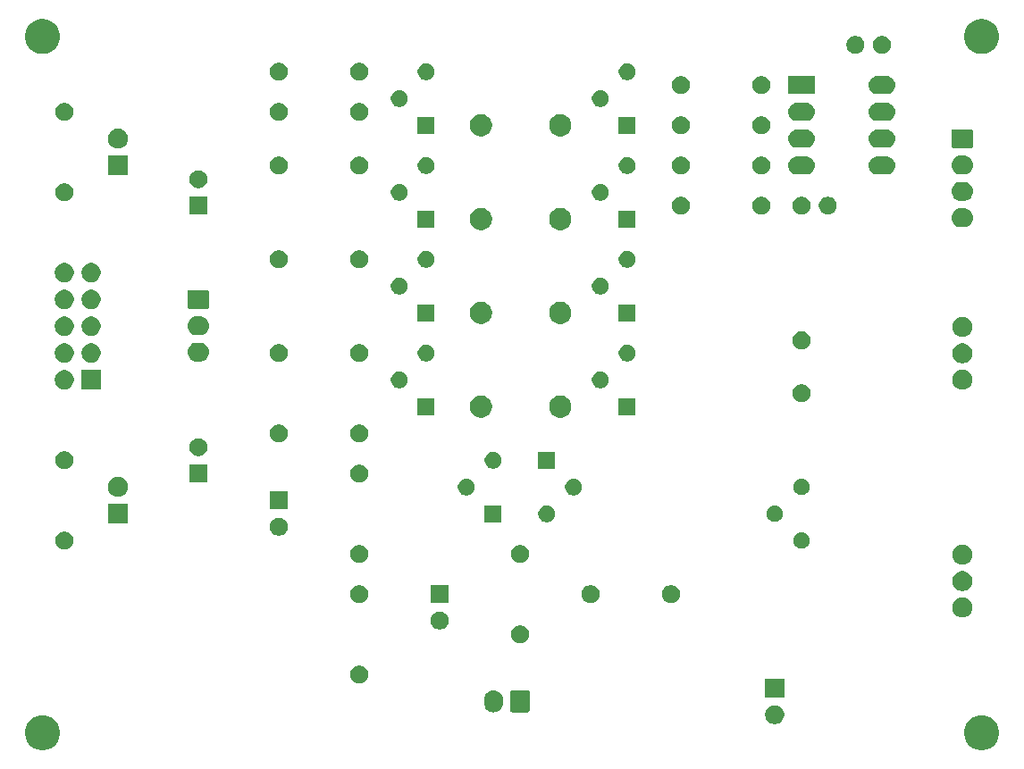
<source format=gts>
G04 #@! TF.GenerationSoftware,KiCad,Pcbnew,(5.1.6)-1*
G04 #@! TF.CreationDate,2020-09-01T14:42:51+09:00*
G04 #@! TF.ProjectId,TLF01_V2,544c4630-315f-4563-922e-6b696361645f,A*
G04 #@! TF.SameCoordinates,Original*
G04 #@! TF.FileFunction,Soldermask,Top*
G04 #@! TF.FilePolarity,Negative*
%FSLAX46Y46*%
G04 Gerber Fmt 4.6, Leading zero omitted, Abs format (unit mm)*
G04 Created by KiCad (PCBNEW (5.1.6)-1) date 2020-09-01 14:42:51*
%MOMM*%
%LPD*%
G01*
G04 APERTURE LIST*
%ADD10C,0.100000*%
G04 APERTURE END LIST*
D10*
G36*
X188898156Y-125831458D02*
G01*
X189004479Y-125852607D01*
X189304942Y-125977063D01*
X189575351Y-126157745D01*
X189805315Y-126387709D01*
X189985997Y-126658118D01*
X190110453Y-126958581D01*
X190173900Y-127277551D01*
X190173900Y-127602769D01*
X190110453Y-127921739D01*
X189985997Y-128222202D01*
X189805315Y-128492611D01*
X189575351Y-128722575D01*
X189304942Y-128903257D01*
X189004479Y-129027713D01*
X188898156Y-129048862D01*
X188685511Y-129091160D01*
X188360289Y-129091160D01*
X188147644Y-129048862D01*
X188041321Y-129027713D01*
X187740858Y-128903257D01*
X187470449Y-128722575D01*
X187240485Y-128492611D01*
X187059803Y-128222202D01*
X186935347Y-127921739D01*
X186871900Y-127602769D01*
X186871900Y-127277551D01*
X186935347Y-126958581D01*
X187059803Y-126658118D01*
X187240485Y-126387709D01*
X187470449Y-126157745D01*
X187740858Y-125977063D01*
X188041321Y-125852607D01*
X188147644Y-125831458D01*
X188360289Y-125789160D01*
X188685511Y-125789160D01*
X188898156Y-125831458D01*
G37*
G36*
X99898156Y-125831458D02*
G01*
X100004479Y-125852607D01*
X100304942Y-125977063D01*
X100575351Y-126157745D01*
X100805315Y-126387709D01*
X100985997Y-126658118D01*
X101110453Y-126958581D01*
X101173900Y-127277551D01*
X101173900Y-127602769D01*
X101110453Y-127921739D01*
X100985997Y-128222202D01*
X100805315Y-128492611D01*
X100575351Y-128722575D01*
X100304942Y-128903257D01*
X100004479Y-129027713D01*
X99898156Y-129048862D01*
X99685511Y-129091160D01*
X99360289Y-129091160D01*
X99147644Y-129048862D01*
X99041321Y-129027713D01*
X98740858Y-128903257D01*
X98470449Y-128722575D01*
X98240485Y-128492611D01*
X98059803Y-128222202D01*
X97935347Y-127921739D01*
X97871900Y-127602769D01*
X97871900Y-127277551D01*
X97935347Y-126958581D01*
X98059803Y-126658118D01*
X98240485Y-126387709D01*
X98470449Y-126157745D01*
X98740858Y-125977063D01*
X99041321Y-125852607D01*
X99147644Y-125831458D01*
X99360289Y-125789160D01*
X99685511Y-125789160D01*
X99898156Y-125831458D01*
G37*
G36*
X169023512Y-124833927D02*
G01*
X169172812Y-124863624D01*
X169336784Y-124931544D01*
X169484354Y-125030147D01*
X169609853Y-125155646D01*
X169708456Y-125303216D01*
X169776376Y-125467188D01*
X169811000Y-125641259D01*
X169811000Y-125818741D01*
X169776376Y-125992812D01*
X169708456Y-126156784D01*
X169609853Y-126304354D01*
X169484354Y-126429853D01*
X169336784Y-126528456D01*
X169172812Y-126596376D01*
X169023512Y-126626073D01*
X168998742Y-126631000D01*
X168821258Y-126631000D01*
X168796488Y-126626073D01*
X168647188Y-126596376D01*
X168483216Y-126528456D01*
X168335646Y-126429853D01*
X168210147Y-126304354D01*
X168111544Y-126156784D01*
X168043624Y-125992812D01*
X168009000Y-125818741D01*
X168009000Y-125641259D01*
X168043624Y-125467188D01*
X168111544Y-125303216D01*
X168210147Y-125155646D01*
X168335646Y-125030147D01*
X168483216Y-124931544D01*
X168647188Y-124863624D01*
X168796488Y-124833927D01*
X168821258Y-124829000D01*
X168998742Y-124829000D01*
X169023512Y-124833927D01*
G37*
G36*
X142456627Y-123422037D02*
G01*
X142626466Y-123473557D01*
X142782991Y-123557222D01*
X142818729Y-123586552D01*
X142920186Y-123669814D01*
X143003448Y-123771271D01*
X143032778Y-123807009D01*
X143116443Y-123963534D01*
X143167963Y-124133374D01*
X143181000Y-124265743D01*
X143181000Y-124654258D01*
X143167963Y-124786627D01*
X143116443Y-124956466D01*
X143032778Y-125112991D01*
X143003448Y-125148729D01*
X142920186Y-125250186D01*
X142782989Y-125362779D01*
X142626467Y-125446442D01*
X142626465Y-125446443D01*
X142456626Y-125497963D01*
X142280000Y-125515359D01*
X142103373Y-125497963D01*
X141933534Y-125446443D01*
X141777009Y-125362778D01*
X141704435Y-125303218D01*
X141639814Y-125250186D01*
X141527221Y-125112989D01*
X141443558Y-124956467D01*
X141443557Y-124956465D01*
X141392037Y-124786626D01*
X141379000Y-124654257D01*
X141379000Y-124265742D01*
X141392037Y-124133373D01*
X141443557Y-123963534D01*
X141527222Y-123807009D01*
X141639815Y-123669815D01*
X141777010Y-123557222D01*
X141933535Y-123473557D01*
X142103374Y-123422037D01*
X142280000Y-123404641D01*
X142456627Y-123422037D01*
G37*
G36*
X145538600Y-123412989D02*
G01*
X145571652Y-123423015D01*
X145602103Y-123439292D01*
X145628799Y-123461201D01*
X145650708Y-123487897D01*
X145666985Y-123518348D01*
X145677011Y-123551400D01*
X145681000Y-123591903D01*
X145681000Y-125328097D01*
X145677011Y-125368600D01*
X145666985Y-125401652D01*
X145650708Y-125432103D01*
X145628799Y-125458799D01*
X145602103Y-125480708D01*
X145571652Y-125496985D01*
X145538600Y-125507011D01*
X145498097Y-125511000D01*
X144061903Y-125511000D01*
X144021400Y-125507011D01*
X143988348Y-125496985D01*
X143957897Y-125480708D01*
X143931201Y-125458799D01*
X143909292Y-125432103D01*
X143893015Y-125401652D01*
X143882989Y-125368600D01*
X143879000Y-125328097D01*
X143879000Y-123591903D01*
X143882989Y-123551400D01*
X143893015Y-123518348D01*
X143909292Y-123487897D01*
X143931201Y-123461201D01*
X143957897Y-123439292D01*
X143988348Y-123423015D01*
X144021400Y-123412989D01*
X144061903Y-123409000D01*
X145498097Y-123409000D01*
X145538600Y-123412989D01*
G37*
G36*
X169811000Y-124091000D02*
G01*
X168009000Y-124091000D01*
X168009000Y-122289000D01*
X169811000Y-122289000D01*
X169811000Y-124091000D01*
G37*
G36*
X129788228Y-121101703D02*
G01*
X129943100Y-121165853D01*
X130082481Y-121258985D01*
X130201015Y-121377519D01*
X130294147Y-121516900D01*
X130358297Y-121671772D01*
X130391000Y-121836184D01*
X130391000Y-122003816D01*
X130358297Y-122168228D01*
X130294147Y-122323100D01*
X130201015Y-122462481D01*
X130082481Y-122581015D01*
X129943100Y-122674147D01*
X129788228Y-122738297D01*
X129623816Y-122771000D01*
X129456184Y-122771000D01*
X129291772Y-122738297D01*
X129136900Y-122674147D01*
X128997519Y-122581015D01*
X128878985Y-122462481D01*
X128785853Y-122323100D01*
X128721703Y-122168228D01*
X128689000Y-122003816D01*
X128689000Y-121836184D01*
X128721703Y-121671772D01*
X128785853Y-121516900D01*
X128878985Y-121377519D01*
X128997519Y-121258985D01*
X129136900Y-121165853D01*
X129291772Y-121101703D01*
X129456184Y-121069000D01*
X129623816Y-121069000D01*
X129788228Y-121101703D01*
G37*
G36*
X145028228Y-117291703D02*
G01*
X145183100Y-117355853D01*
X145322481Y-117448985D01*
X145441015Y-117567519D01*
X145534147Y-117706900D01*
X145598297Y-117861772D01*
X145631000Y-118026184D01*
X145631000Y-118193816D01*
X145598297Y-118358228D01*
X145534147Y-118513100D01*
X145441015Y-118652481D01*
X145322481Y-118771015D01*
X145183100Y-118864147D01*
X145028228Y-118928297D01*
X144863816Y-118961000D01*
X144696184Y-118961000D01*
X144531772Y-118928297D01*
X144376900Y-118864147D01*
X144237519Y-118771015D01*
X144118985Y-118652481D01*
X144025853Y-118513100D01*
X143961703Y-118358228D01*
X143929000Y-118193816D01*
X143929000Y-118026184D01*
X143961703Y-117861772D01*
X144025853Y-117706900D01*
X144118985Y-117567519D01*
X144237519Y-117448985D01*
X144376900Y-117355853D01*
X144531772Y-117291703D01*
X144696184Y-117259000D01*
X144863816Y-117259000D01*
X145028228Y-117291703D01*
G37*
G36*
X137408228Y-115981703D02*
G01*
X137563100Y-116045853D01*
X137702481Y-116138985D01*
X137821015Y-116257519D01*
X137914147Y-116396900D01*
X137978297Y-116551772D01*
X138011000Y-116716184D01*
X138011000Y-116883816D01*
X137978297Y-117048228D01*
X137914147Y-117203100D01*
X137821015Y-117342481D01*
X137702481Y-117461015D01*
X137563100Y-117554147D01*
X137408228Y-117618297D01*
X137243816Y-117651000D01*
X137076184Y-117651000D01*
X136911772Y-117618297D01*
X136756900Y-117554147D01*
X136617519Y-117461015D01*
X136498985Y-117342481D01*
X136405853Y-117203100D01*
X136341703Y-117048228D01*
X136309000Y-116883816D01*
X136309000Y-116716184D01*
X136341703Y-116551772D01*
X136405853Y-116396900D01*
X136498985Y-116257519D01*
X136617519Y-116138985D01*
X136756900Y-116045853D01*
X136911772Y-115981703D01*
X137076184Y-115949000D01*
X137243816Y-115949000D01*
X137408228Y-115981703D01*
G37*
G36*
X186967395Y-114655546D02*
G01*
X187140466Y-114727234D01*
X187140467Y-114727235D01*
X187296227Y-114831310D01*
X187428690Y-114963773D01*
X187428691Y-114963775D01*
X187532766Y-115119534D01*
X187604454Y-115292605D01*
X187641000Y-115476333D01*
X187641000Y-115663667D01*
X187604454Y-115847395D01*
X187532766Y-116020466D01*
X187515803Y-116045853D01*
X187428690Y-116176227D01*
X187296227Y-116308690D01*
X187217818Y-116361081D01*
X187140466Y-116412766D01*
X186967395Y-116484454D01*
X186783667Y-116521000D01*
X186596333Y-116521000D01*
X186412605Y-116484454D01*
X186239534Y-116412766D01*
X186162182Y-116361081D01*
X186083773Y-116308690D01*
X185951310Y-116176227D01*
X185864197Y-116045853D01*
X185847234Y-116020466D01*
X185775546Y-115847395D01*
X185739000Y-115663667D01*
X185739000Y-115476333D01*
X185775546Y-115292605D01*
X185847234Y-115119534D01*
X185951309Y-114963775D01*
X185951310Y-114963773D01*
X186083773Y-114831310D01*
X186239533Y-114727235D01*
X186239534Y-114727234D01*
X186412605Y-114655546D01*
X186596333Y-114619000D01*
X186783667Y-114619000D01*
X186967395Y-114655546D01*
G37*
G36*
X138011000Y-115151000D02*
G01*
X136309000Y-115151000D01*
X136309000Y-113449000D01*
X138011000Y-113449000D01*
X138011000Y-115151000D01*
G37*
G36*
X159331128Y-113481703D02*
G01*
X159486000Y-113545853D01*
X159625381Y-113638985D01*
X159743915Y-113757519D01*
X159837047Y-113896900D01*
X159901197Y-114051772D01*
X159933900Y-114216184D01*
X159933900Y-114383816D01*
X159901197Y-114548228D01*
X159837047Y-114703100D01*
X159743915Y-114842481D01*
X159625381Y-114961015D01*
X159486000Y-115054147D01*
X159331128Y-115118297D01*
X159166716Y-115151000D01*
X158999084Y-115151000D01*
X158834672Y-115118297D01*
X158679800Y-115054147D01*
X158540419Y-114961015D01*
X158421885Y-114842481D01*
X158328753Y-114703100D01*
X158264603Y-114548228D01*
X158231900Y-114383816D01*
X158231900Y-114216184D01*
X158264603Y-114051772D01*
X158328753Y-113896900D01*
X158421885Y-113757519D01*
X158540419Y-113638985D01*
X158679800Y-113545853D01*
X158834672Y-113481703D01*
X158999084Y-113449000D01*
X159166716Y-113449000D01*
X159331128Y-113481703D01*
G37*
G36*
X151711128Y-113481703D02*
G01*
X151866000Y-113545853D01*
X152005381Y-113638985D01*
X152123915Y-113757519D01*
X152217047Y-113896900D01*
X152281197Y-114051772D01*
X152313900Y-114216184D01*
X152313900Y-114383816D01*
X152281197Y-114548228D01*
X152217047Y-114703100D01*
X152123915Y-114842481D01*
X152005381Y-114961015D01*
X151866000Y-115054147D01*
X151711128Y-115118297D01*
X151546716Y-115151000D01*
X151379084Y-115151000D01*
X151214672Y-115118297D01*
X151059800Y-115054147D01*
X150920419Y-114961015D01*
X150801885Y-114842481D01*
X150708753Y-114703100D01*
X150644603Y-114548228D01*
X150611900Y-114383816D01*
X150611900Y-114216184D01*
X150644603Y-114051772D01*
X150708753Y-113896900D01*
X150801885Y-113757519D01*
X150920419Y-113638985D01*
X151059800Y-113545853D01*
X151214672Y-113481703D01*
X151379084Y-113449000D01*
X151546716Y-113449000D01*
X151711128Y-113481703D01*
G37*
G36*
X129788228Y-113481703D02*
G01*
X129943100Y-113545853D01*
X130082481Y-113638985D01*
X130201015Y-113757519D01*
X130294147Y-113896900D01*
X130358297Y-114051772D01*
X130391000Y-114216184D01*
X130391000Y-114383816D01*
X130358297Y-114548228D01*
X130294147Y-114703100D01*
X130201015Y-114842481D01*
X130082481Y-114961015D01*
X129943100Y-115054147D01*
X129788228Y-115118297D01*
X129623816Y-115151000D01*
X129456184Y-115151000D01*
X129291772Y-115118297D01*
X129136900Y-115054147D01*
X128997519Y-114961015D01*
X128878985Y-114842481D01*
X128785853Y-114703100D01*
X128721703Y-114548228D01*
X128689000Y-114383816D01*
X128689000Y-114216184D01*
X128721703Y-114051772D01*
X128785853Y-113896900D01*
X128878985Y-113757519D01*
X128997519Y-113638985D01*
X129136900Y-113545853D01*
X129291772Y-113481703D01*
X129456184Y-113449000D01*
X129623816Y-113449000D01*
X129788228Y-113481703D01*
G37*
G36*
X186967395Y-112155546D02*
G01*
X187140466Y-112227234D01*
X187140467Y-112227235D01*
X187296227Y-112331310D01*
X187428690Y-112463773D01*
X187428691Y-112463775D01*
X187532766Y-112619534D01*
X187604454Y-112792605D01*
X187641000Y-112976333D01*
X187641000Y-113163667D01*
X187604454Y-113347395D01*
X187532766Y-113520466D01*
X187515803Y-113545853D01*
X187428690Y-113676227D01*
X187296227Y-113808690D01*
X187217818Y-113861081D01*
X187140466Y-113912766D01*
X186967395Y-113984454D01*
X186783667Y-114021000D01*
X186596333Y-114021000D01*
X186412605Y-113984454D01*
X186239534Y-113912766D01*
X186162182Y-113861081D01*
X186083773Y-113808690D01*
X185951310Y-113676227D01*
X185864197Y-113545853D01*
X185847234Y-113520466D01*
X185775546Y-113347395D01*
X185739000Y-113163667D01*
X185739000Y-112976333D01*
X185775546Y-112792605D01*
X185847234Y-112619534D01*
X185951309Y-112463775D01*
X185951310Y-112463773D01*
X186083773Y-112331310D01*
X186239533Y-112227235D01*
X186239534Y-112227234D01*
X186412605Y-112155546D01*
X186596333Y-112119000D01*
X186783667Y-112119000D01*
X186967395Y-112155546D01*
G37*
G36*
X186967395Y-109655546D02*
G01*
X187140466Y-109727234D01*
X187153365Y-109735853D01*
X187296227Y-109831310D01*
X187428690Y-109963773D01*
X187435622Y-109974148D01*
X187532766Y-110119534D01*
X187604454Y-110292605D01*
X187641000Y-110476333D01*
X187641000Y-110663667D01*
X187604454Y-110847395D01*
X187532766Y-111020466D01*
X187532765Y-111020467D01*
X187428690Y-111176227D01*
X187296227Y-111308690D01*
X187247871Y-111341000D01*
X187140466Y-111412766D01*
X186967395Y-111484454D01*
X186783667Y-111521000D01*
X186596333Y-111521000D01*
X186412605Y-111484454D01*
X186239534Y-111412766D01*
X186132129Y-111341000D01*
X186083773Y-111308690D01*
X185951310Y-111176227D01*
X185847235Y-111020467D01*
X185847234Y-111020466D01*
X185775546Y-110847395D01*
X185739000Y-110663667D01*
X185739000Y-110476333D01*
X185775546Y-110292605D01*
X185847234Y-110119534D01*
X185944378Y-109974148D01*
X185951310Y-109963773D01*
X186083773Y-109831310D01*
X186226635Y-109735853D01*
X186239534Y-109727234D01*
X186412605Y-109655546D01*
X186596333Y-109619000D01*
X186783667Y-109619000D01*
X186967395Y-109655546D01*
G37*
G36*
X129788228Y-109671703D02*
G01*
X129943100Y-109735853D01*
X130082481Y-109828985D01*
X130201015Y-109947519D01*
X130294147Y-110086900D01*
X130358297Y-110241772D01*
X130391000Y-110406184D01*
X130391000Y-110573816D01*
X130358297Y-110738228D01*
X130294147Y-110893100D01*
X130201015Y-111032481D01*
X130082481Y-111151015D01*
X129943100Y-111244147D01*
X129788228Y-111308297D01*
X129623816Y-111341000D01*
X129456184Y-111341000D01*
X129291772Y-111308297D01*
X129136900Y-111244147D01*
X128997519Y-111151015D01*
X128878985Y-111032481D01*
X128785853Y-110893100D01*
X128721703Y-110738228D01*
X128689000Y-110573816D01*
X128689000Y-110406184D01*
X128721703Y-110241772D01*
X128785853Y-110086900D01*
X128878985Y-109947519D01*
X128997519Y-109828985D01*
X129136900Y-109735853D01*
X129291772Y-109671703D01*
X129456184Y-109639000D01*
X129623816Y-109639000D01*
X129788228Y-109671703D01*
G37*
G36*
X145028228Y-109671703D02*
G01*
X145183100Y-109735853D01*
X145322481Y-109828985D01*
X145441015Y-109947519D01*
X145534147Y-110086900D01*
X145598297Y-110241772D01*
X145631000Y-110406184D01*
X145631000Y-110573816D01*
X145598297Y-110738228D01*
X145534147Y-110893100D01*
X145441015Y-111032481D01*
X145322481Y-111151015D01*
X145183100Y-111244147D01*
X145028228Y-111308297D01*
X144863816Y-111341000D01*
X144696184Y-111341000D01*
X144531772Y-111308297D01*
X144376900Y-111244147D01*
X144237519Y-111151015D01*
X144118985Y-111032481D01*
X144025853Y-110893100D01*
X143961703Y-110738228D01*
X143929000Y-110573816D01*
X143929000Y-110406184D01*
X143961703Y-110241772D01*
X144025853Y-110086900D01*
X144118985Y-109947519D01*
X144237519Y-109828985D01*
X144376900Y-109735853D01*
X144531772Y-109671703D01*
X144696184Y-109639000D01*
X144863816Y-109639000D01*
X145028228Y-109671703D01*
G37*
G36*
X101848228Y-108401703D02*
G01*
X102003100Y-108465853D01*
X102142481Y-108558985D01*
X102261015Y-108677519D01*
X102354147Y-108816900D01*
X102418297Y-108971772D01*
X102451000Y-109136184D01*
X102451000Y-109303816D01*
X102418297Y-109468228D01*
X102354147Y-109623100D01*
X102261015Y-109762481D01*
X102142481Y-109881015D01*
X102003100Y-109974147D01*
X101848228Y-110038297D01*
X101683816Y-110071000D01*
X101516184Y-110071000D01*
X101351772Y-110038297D01*
X101196900Y-109974147D01*
X101057519Y-109881015D01*
X100938985Y-109762481D01*
X100845853Y-109623100D01*
X100781703Y-109468228D01*
X100749000Y-109303816D01*
X100749000Y-109136184D01*
X100781703Y-108971772D01*
X100845853Y-108816900D01*
X100938985Y-108677519D01*
X101057519Y-108558985D01*
X101196900Y-108465853D01*
X101351772Y-108401703D01*
X101516184Y-108369000D01*
X101683816Y-108369000D01*
X101848228Y-108401703D01*
G37*
G36*
X171575589Y-108458876D02*
G01*
X171674893Y-108478629D01*
X171815206Y-108536748D01*
X171941484Y-108621125D01*
X172048875Y-108728516D01*
X172133252Y-108854794D01*
X172191371Y-108995107D01*
X172221000Y-109144063D01*
X172221000Y-109295937D01*
X172191371Y-109444893D01*
X172133252Y-109585206D01*
X172048875Y-109711484D01*
X171941484Y-109818875D01*
X171815206Y-109903252D01*
X171674893Y-109961371D01*
X171610663Y-109974147D01*
X171525938Y-109991000D01*
X171374062Y-109991000D01*
X171289337Y-109974147D01*
X171225107Y-109961371D01*
X171084794Y-109903252D01*
X170958516Y-109818875D01*
X170851125Y-109711484D01*
X170766748Y-109585206D01*
X170708629Y-109444893D01*
X170679000Y-109295937D01*
X170679000Y-109144063D01*
X170708629Y-108995107D01*
X170766748Y-108854794D01*
X170851125Y-108728516D01*
X170958516Y-108621125D01*
X171084794Y-108536748D01*
X171225107Y-108478629D01*
X171324411Y-108458876D01*
X171374062Y-108449000D01*
X171525938Y-108449000D01*
X171575589Y-108458876D01*
G37*
G36*
X122168228Y-107091703D02*
G01*
X122323100Y-107155853D01*
X122462481Y-107248985D01*
X122581015Y-107367519D01*
X122674147Y-107506900D01*
X122738297Y-107661772D01*
X122771000Y-107826184D01*
X122771000Y-107993816D01*
X122738297Y-108158228D01*
X122674147Y-108313100D01*
X122581015Y-108452481D01*
X122462481Y-108571015D01*
X122323100Y-108664147D01*
X122168228Y-108728297D01*
X122003816Y-108761000D01*
X121836184Y-108761000D01*
X121671772Y-108728297D01*
X121516900Y-108664147D01*
X121377519Y-108571015D01*
X121258985Y-108452481D01*
X121165853Y-108313100D01*
X121101703Y-108158228D01*
X121069000Y-107993816D01*
X121069000Y-107826184D01*
X121101703Y-107661772D01*
X121165853Y-107506900D01*
X121258985Y-107367519D01*
X121377519Y-107248985D01*
X121516900Y-107155853D01*
X121671772Y-107091703D01*
X121836184Y-107059000D01*
X122003816Y-107059000D01*
X122168228Y-107091703D01*
G37*
G36*
X107631000Y-107631000D02*
G01*
X105729000Y-107631000D01*
X105729000Y-105729000D01*
X107631000Y-105729000D01*
X107631000Y-107631000D01*
G37*
G36*
X147553642Y-105909781D02*
G01*
X147699414Y-105970162D01*
X147699416Y-105970163D01*
X147830608Y-106057822D01*
X147942178Y-106169392D01*
X148003388Y-106261000D01*
X148029838Y-106300586D01*
X148090219Y-106446358D01*
X148121000Y-106601107D01*
X148121000Y-106758893D01*
X148090219Y-106913642D01*
X148035724Y-107045204D01*
X148029837Y-107059416D01*
X147942178Y-107190608D01*
X147830608Y-107302178D01*
X147699416Y-107389837D01*
X147699415Y-107389838D01*
X147699414Y-107389838D01*
X147553642Y-107450219D01*
X147398893Y-107481000D01*
X147241107Y-107481000D01*
X147086358Y-107450219D01*
X146940586Y-107389838D01*
X146940585Y-107389838D01*
X146940584Y-107389837D01*
X146809392Y-107302178D01*
X146697822Y-107190608D01*
X146610163Y-107059416D01*
X146604276Y-107045204D01*
X146549781Y-106913642D01*
X146519000Y-106758893D01*
X146519000Y-106601107D01*
X146549781Y-106446358D01*
X146610162Y-106300586D01*
X146636612Y-106261000D01*
X146697822Y-106169392D01*
X146809392Y-106057822D01*
X146940584Y-105970163D01*
X146940586Y-105970162D01*
X147086358Y-105909781D01*
X147241107Y-105879000D01*
X147398893Y-105879000D01*
X147553642Y-105909781D01*
G37*
G36*
X143041000Y-107481000D02*
G01*
X141439000Y-107481000D01*
X141439000Y-105879000D01*
X143041000Y-105879000D01*
X143041000Y-107481000D01*
G37*
G36*
X169035589Y-105918876D02*
G01*
X169134893Y-105938629D01*
X169275206Y-105996748D01*
X169401484Y-106081125D01*
X169508875Y-106188516D01*
X169593252Y-106314794D01*
X169651371Y-106455107D01*
X169681000Y-106604063D01*
X169681000Y-106755937D01*
X169651371Y-106904893D01*
X169593252Y-107045206D01*
X169508875Y-107171484D01*
X169401484Y-107278875D01*
X169275206Y-107363252D01*
X169134893Y-107421371D01*
X169035589Y-107441124D01*
X168985938Y-107451000D01*
X168834062Y-107451000D01*
X168784411Y-107441124D01*
X168685107Y-107421371D01*
X168544794Y-107363252D01*
X168418516Y-107278875D01*
X168311125Y-107171484D01*
X168226748Y-107045206D01*
X168168629Y-106904893D01*
X168139000Y-106755937D01*
X168139000Y-106604063D01*
X168168629Y-106455107D01*
X168226748Y-106314794D01*
X168311125Y-106188516D01*
X168418516Y-106081125D01*
X168544794Y-105996748D01*
X168685107Y-105938629D01*
X168784411Y-105918876D01*
X168834062Y-105909000D01*
X168985938Y-105909000D01*
X169035589Y-105918876D01*
G37*
G36*
X122771000Y-106261000D02*
G01*
X121069000Y-106261000D01*
X121069000Y-104559000D01*
X122771000Y-104559000D01*
X122771000Y-106261000D01*
G37*
G36*
X106957395Y-103225546D02*
G01*
X107130466Y-103297234D01*
X107130467Y-103297235D01*
X107286227Y-103401310D01*
X107418690Y-103533773D01*
X107418691Y-103533775D01*
X107522766Y-103689534D01*
X107594454Y-103862605D01*
X107631000Y-104046333D01*
X107631000Y-104233667D01*
X107594454Y-104417395D01*
X107522766Y-104590466D01*
X107482581Y-104650607D01*
X107418690Y-104746227D01*
X107286227Y-104878690D01*
X107239042Y-104910218D01*
X107130466Y-104982766D01*
X106957395Y-105054454D01*
X106773667Y-105091000D01*
X106586333Y-105091000D01*
X106402605Y-105054454D01*
X106229534Y-104982766D01*
X106120958Y-104910218D01*
X106073773Y-104878690D01*
X105941310Y-104746227D01*
X105877419Y-104650607D01*
X105837234Y-104590466D01*
X105765546Y-104417395D01*
X105729000Y-104233667D01*
X105729000Y-104046333D01*
X105765546Y-103862605D01*
X105837234Y-103689534D01*
X105941309Y-103533775D01*
X105941310Y-103533773D01*
X106073773Y-103401310D01*
X106229533Y-103297235D01*
X106229534Y-103297234D01*
X106402605Y-103225546D01*
X106586333Y-103189000D01*
X106773667Y-103189000D01*
X106957395Y-103225546D01*
G37*
G36*
X150093642Y-103369781D02*
G01*
X150196728Y-103412481D01*
X150239416Y-103430163D01*
X150370608Y-103517822D01*
X150482178Y-103629392D01*
X150522363Y-103689534D01*
X150569838Y-103760586D01*
X150630219Y-103906358D01*
X150661000Y-104061107D01*
X150661000Y-104218893D01*
X150630219Y-104373642D01*
X150612095Y-104417396D01*
X150569837Y-104519416D01*
X150482178Y-104650608D01*
X150370608Y-104762178D01*
X150239416Y-104849837D01*
X150239415Y-104849838D01*
X150239414Y-104849838D01*
X150093642Y-104910219D01*
X149938893Y-104941000D01*
X149781107Y-104941000D01*
X149626358Y-104910219D01*
X149480586Y-104849838D01*
X149480585Y-104849838D01*
X149480584Y-104849837D01*
X149349392Y-104762178D01*
X149237822Y-104650608D01*
X149150163Y-104519416D01*
X149107905Y-104417396D01*
X149089781Y-104373642D01*
X149059000Y-104218893D01*
X149059000Y-104061107D01*
X149089781Y-103906358D01*
X149150162Y-103760586D01*
X149197637Y-103689534D01*
X149237822Y-103629392D01*
X149349392Y-103517822D01*
X149480584Y-103430163D01*
X149523272Y-103412481D01*
X149626358Y-103369781D01*
X149781107Y-103339000D01*
X149938893Y-103339000D01*
X150093642Y-103369781D01*
G37*
G36*
X139933642Y-103369781D02*
G01*
X140036728Y-103412481D01*
X140079416Y-103430163D01*
X140210608Y-103517822D01*
X140322178Y-103629392D01*
X140362363Y-103689534D01*
X140409838Y-103760586D01*
X140470219Y-103906358D01*
X140501000Y-104061107D01*
X140501000Y-104218893D01*
X140470219Y-104373642D01*
X140452095Y-104417396D01*
X140409837Y-104519416D01*
X140322178Y-104650608D01*
X140210608Y-104762178D01*
X140079416Y-104849837D01*
X140079415Y-104849838D01*
X140079414Y-104849838D01*
X139933642Y-104910219D01*
X139778893Y-104941000D01*
X139621107Y-104941000D01*
X139466358Y-104910219D01*
X139320586Y-104849838D01*
X139320585Y-104849838D01*
X139320584Y-104849837D01*
X139189392Y-104762178D01*
X139077822Y-104650608D01*
X138990163Y-104519416D01*
X138947905Y-104417396D01*
X138929781Y-104373642D01*
X138899000Y-104218893D01*
X138899000Y-104061107D01*
X138929781Y-103906358D01*
X138990162Y-103760586D01*
X139037637Y-103689534D01*
X139077822Y-103629392D01*
X139189392Y-103517822D01*
X139320584Y-103430163D01*
X139363272Y-103412481D01*
X139466358Y-103369781D01*
X139621107Y-103339000D01*
X139778893Y-103339000D01*
X139933642Y-103369781D01*
G37*
G36*
X171575589Y-103378876D02*
G01*
X171674893Y-103398629D01*
X171815206Y-103456748D01*
X171941484Y-103541125D01*
X172048875Y-103648516D01*
X172133252Y-103774794D01*
X172191371Y-103915107D01*
X172221000Y-104064063D01*
X172221000Y-104215937D01*
X172191371Y-104364893D01*
X172133252Y-104505206D01*
X172048875Y-104631484D01*
X171941484Y-104738875D01*
X171815206Y-104823252D01*
X171674893Y-104881371D01*
X171575589Y-104901124D01*
X171525938Y-104911000D01*
X171374062Y-104911000D01*
X171324411Y-104901124D01*
X171225107Y-104881371D01*
X171084794Y-104823252D01*
X170958516Y-104738875D01*
X170851125Y-104631484D01*
X170766748Y-104505206D01*
X170708629Y-104364893D01*
X170679000Y-104215937D01*
X170679000Y-104064063D01*
X170708629Y-103915107D01*
X170766748Y-103774794D01*
X170851125Y-103648516D01*
X170958516Y-103541125D01*
X171084794Y-103456748D01*
X171225107Y-103398629D01*
X171324411Y-103378876D01*
X171374062Y-103369000D01*
X171525938Y-103369000D01*
X171575589Y-103378876D01*
G37*
G36*
X129788228Y-102051703D02*
G01*
X129943100Y-102115853D01*
X130082481Y-102208985D01*
X130201015Y-102327519D01*
X130294147Y-102466900D01*
X130358297Y-102621772D01*
X130391000Y-102786184D01*
X130391000Y-102953816D01*
X130358297Y-103118228D01*
X130294147Y-103273100D01*
X130201015Y-103412481D01*
X130082481Y-103531015D01*
X129943100Y-103624147D01*
X129788228Y-103688297D01*
X129623816Y-103721000D01*
X129456184Y-103721000D01*
X129291772Y-103688297D01*
X129136900Y-103624147D01*
X128997519Y-103531015D01*
X128878985Y-103412481D01*
X128785853Y-103273100D01*
X128721703Y-103118228D01*
X128689000Y-102953816D01*
X128689000Y-102786184D01*
X128721703Y-102621772D01*
X128785853Y-102466900D01*
X128878985Y-102327519D01*
X128997519Y-102208985D01*
X129136900Y-102115853D01*
X129291772Y-102051703D01*
X129456184Y-102019000D01*
X129623816Y-102019000D01*
X129788228Y-102051703D01*
G37*
G36*
X115151000Y-103721000D02*
G01*
X113449000Y-103721000D01*
X113449000Y-102019000D01*
X115151000Y-102019000D01*
X115151000Y-103721000D01*
G37*
G36*
X101848228Y-100781703D02*
G01*
X102003100Y-100845853D01*
X102142481Y-100938985D01*
X102261015Y-101057519D01*
X102354147Y-101196900D01*
X102418297Y-101351772D01*
X102451000Y-101516184D01*
X102451000Y-101683816D01*
X102418297Y-101848228D01*
X102354147Y-102003100D01*
X102261015Y-102142481D01*
X102142481Y-102261015D01*
X102003100Y-102354147D01*
X101848228Y-102418297D01*
X101683816Y-102451000D01*
X101516184Y-102451000D01*
X101351772Y-102418297D01*
X101196900Y-102354147D01*
X101057519Y-102261015D01*
X100938985Y-102142481D01*
X100845853Y-102003100D01*
X100781703Y-101848228D01*
X100749000Y-101683816D01*
X100749000Y-101516184D01*
X100781703Y-101351772D01*
X100845853Y-101196900D01*
X100938985Y-101057519D01*
X101057519Y-100938985D01*
X101196900Y-100845853D01*
X101351772Y-100781703D01*
X101516184Y-100749000D01*
X101683816Y-100749000D01*
X101848228Y-100781703D01*
G37*
G36*
X148121000Y-102401000D02*
G01*
X146519000Y-102401000D01*
X146519000Y-100799000D01*
X148121000Y-100799000D01*
X148121000Y-102401000D01*
G37*
G36*
X142473642Y-100829781D02*
G01*
X142619414Y-100890162D01*
X142619416Y-100890163D01*
X142750608Y-100977822D01*
X142862178Y-101089392D01*
X142934012Y-101196900D01*
X142949838Y-101220586D01*
X143010219Y-101366358D01*
X143041000Y-101521107D01*
X143041000Y-101678893D01*
X143010219Y-101833642D01*
X142949838Y-101979414D01*
X142949837Y-101979416D01*
X142862178Y-102110608D01*
X142750608Y-102222178D01*
X142619416Y-102309837D01*
X142619415Y-102309838D01*
X142619414Y-102309838D01*
X142473642Y-102370219D01*
X142318893Y-102401000D01*
X142161107Y-102401000D01*
X142006358Y-102370219D01*
X141860586Y-102309838D01*
X141860585Y-102309838D01*
X141860584Y-102309837D01*
X141729392Y-102222178D01*
X141617822Y-102110608D01*
X141530163Y-101979416D01*
X141530162Y-101979414D01*
X141469781Y-101833642D01*
X141439000Y-101678893D01*
X141439000Y-101521107D01*
X141469781Y-101366358D01*
X141530162Y-101220586D01*
X141545988Y-101196900D01*
X141617822Y-101089392D01*
X141729392Y-100977822D01*
X141860584Y-100890163D01*
X141860586Y-100890162D01*
X142006358Y-100829781D01*
X142161107Y-100799000D01*
X142318893Y-100799000D01*
X142473642Y-100829781D01*
G37*
G36*
X114548228Y-99551703D02*
G01*
X114703100Y-99615853D01*
X114842481Y-99708985D01*
X114961015Y-99827519D01*
X115054147Y-99966900D01*
X115118297Y-100121772D01*
X115151000Y-100286184D01*
X115151000Y-100453816D01*
X115118297Y-100618228D01*
X115054147Y-100773100D01*
X114961015Y-100912481D01*
X114842481Y-101031015D01*
X114703100Y-101124147D01*
X114548228Y-101188297D01*
X114383816Y-101221000D01*
X114216184Y-101221000D01*
X114051772Y-101188297D01*
X113896900Y-101124147D01*
X113757519Y-101031015D01*
X113638985Y-100912481D01*
X113545853Y-100773100D01*
X113481703Y-100618228D01*
X113449000Y-100453816D01*
X113449000Y-100286184D01*
X113481703Y-100121772D01*
X113545853Y-99966900D01*
X113638985Y-99827519D01*
X113757519Y-99708985D01*
X113896900Y-99615853D01*
X114051772Y-99551703D01*
X114216184Y-99519000D01*
X114383816Y-99519000D01*
X114548228Y-99551703D01*
G37*
G36*
X129788228Y-98241703D02*
G01*
X129943100Y-98305853D01*
X130082481Y-98398985D01*
X130201015Y-98517519D01*
X130294147Y-98656900D01*
X130358297Y-98811772D01*
X130391000Y-98976184D01*
X130391000Y-99143816D01*
X130358297Y-99308228D01*
X130294147Y-99463100D01*
X130201015Y-99602481D01*
X130082481Y-99721015D01*
X129943100Y-99814147D01*
X129788228Y-99878297D01*
X129623816Y-99911000D01*
X129456184Y-99911000D01*
X129291772Y-99878297D01*
X129136900Y-99814147D01*
X128997519Y-99721015D01*
X128878985Y-99602481D01*
X128785853Y-99463100D01*
X128721703Y-99308228D01*
X128689000Y-99143816D01*
X128689000Y-98976184D01*
X128721703Y-98811772D01*
X128785853Y-98656900D01*
X128878985Y-98517519D01*
X128997519Y-98398985D01*
X129136900Y-98305853D01*
X129291772Y-98241703D01*
X129456184Y-98209000D01*
X129623816Y-98209000D01*
X129788228Y-98241703D01*
G37*
G36*
X122168228Y-98241703D02*
G01*
X122323100Y-98305853D01*
X122462481Y-98398985D01*
X122581015Y-98517519D01*
X122674147Y-98656900D01*
X122738297Y-98811772D01*
X122771000Y-98976184D01*
X122771000Y-99143816D01*
X122738297Y-99308228D01*
X122674147Y-99463100D01*
X122581015Y-99602481D01*
X122462481Y-99721015D01*
X122323100Y-99814147D01*
X122168228Y-99878297D01*
X122003816Y-99911000D01*
X121836184Y-99911000D01*
X121671772Y-99878297D01*
X121516900Y-99814147D01*
X121377519Y-99721015D01*
X121258985Y-99602481D01*
X121165853Y-99463100D01*
X121101703Y-99308228D01*
X121069000Y-99143816D01*
X121069000Y-98976184D01*
X121101703Y-98811772D01*
X121165853Y-98656900D01*
X121258985Y-98517519D01*
X121377519Y-98398985D01*
X121516900Y-98305853D01*
X121671772Y-98241703D01*
X121836184Y-98209000D01*
X122003816Y-98209000D01*
X122168228Y-98241703D01*
G37*
G36*
X148896564Y-95509389D02*
G01*
X149087833Y-95588615D01*
X149087835Y-95588616D01*
X149259973Y-95703635D01*
X149406365Y-95850027D01*
X149509345Y-96004147D01*
X149521385Y-96022167D01*
X149600611Y-96213436D01*
X149641000Y-96416484D01*
X149641000Y-96623516D01*
X149600611Y-96826564D01*
X149521385Y-97017833D01*
X149521384Y-97017835D01*
X149406365Y-97189973D01*
X149259973Y-97336365D01*
X149087835Y-97451384D01*
X149087834Y-97451385D01*
X149087833Y-97451385D01*
X148896564Y-97530611D01*
X148693516Y-97571000D01*
X148486484Y-97571000D01*
X148283436Y-97530611D01*
X148092167Y-97451385D01*
X148092166Y-97451385D01*
X148092165Y-97451384D01*
X147920027Y-97336365D01*
X147773635Y-97189973D01*
X147658616Y-97017835D01*
X147658615Y-97017833D01*
X147579389Y-96826564D01*
X147539000Y-96623516D01*
X147539000Y-96416484D01*
X147579389Y-96213436D01*
X147658615Y-96022167D01*
X147670656Y-96004147D01*
X147773635Y-95850027D01*
X147920027Y-95703635D01*
X148092165Y-95588616D01*
X148092167Y-95588615D01*
X148283436Y-95509389D01*
X148486484Y-95469000D01*
X148693516Y-95469000D01*
X148896564Y-95509389D01*
G37*
G36*
X141396564Y-95509389D02*
G01*
X141587833Y-95588615D01*
X141587835Y-95588616D01*
X141759973Y-95703635D01*
X141906365Y-95850027D01*
X142009345Y-96004147D01*
X142021385Y-96022167D01*
X142100611Y-96213436D01*
X142141000Y-96416484D01*
X142141000Y-96623516D01*
X142100611Y-96826564D01*
X142021385Y-97017833D01*
X142021384Y-97017835D01*
X141906365Y-97189973D01*
X141759973Y-97336365D01*
X141587835Y-97451384D01*
X141587834Y-97451385D01*
X141587833Y-97451385D01*
X141396564Y-97530611D01*
X141193516Y-97571000D01*
X140986484Y-97571000D01*
X140783436Y-97530611D01*
X140592167Y-97451385D01*
X140592166Y-97451385D01*
X140592165Y-97451384D01*
X140420027Y-97336365D01*
X140273635Y-97189973D01*
X140158616Y-97017835D01*
X140158615Y-97017833D01*
X140079389Y-96826564D01*
X140039000Y-96623516D01*
X140039000Y-96416484D01*
X140079389Y-96213436D01*
X140158615Y-96022167D01*
X140170656Y-96004147D01*
X140273635Y-95850027D01*
X140420027Y-95703635D01*
X140592165Y-95588616D01*
X140592167Y-95588615D01*
X140783436Y-95509389D01*
X140986484Y-95469000D01*
X141193516Y-95469000D01*
X141396564Y-95509389D01*
G37*
G36*
X155741000Y-97321000D02*
G01*
X154139000Y-97321000D01*
X154139000Y-95719000D01*
X155741000Y-95719000D01*
X155741000Y-97321000D01*
G37*
G36*
X136691000Y-97321000D02*
G01*
X135089000Y-97321000D01*
X135089000Y-95719000D01*
X136691000Y-95719000D01*
X136691000Y-97321000D01*
G37*
G36*
X171698228Y-94431703D02*
G01*
X171853100Y-94495853D01*
X171992481Y-94588985D01*
X172111015Y-94707519D01*
X172204147Y-94846900D01*
X172268297Y-95001772D01*
X172301000Y-95166184D01*
X172301000Y-95333816D01*
X172268297Y-95498228D01*
X172204147Y-95653100D01*
X172111015Y-95792481D01*
X171992481Y-95911015D01*
X171853100Y-96004147D01*
X171698228Y-96068297D01*
X171533816Y-96101000D01*
X171366184Y-96101000D01*
X171201772Y-96068297D01*
X171046900Y-96004147D01*
X170907519Y-95911015D01*
X170788985Y-95792481D01*
X170695853Y-95653100D01*
X170631703Y-95498228D01*
X170599000Y-95333816D01*
X170599000Y-95166184D01*
X170631703Y-95001772D01*
X170695853Y-94846900D01*
X170788985Y-94707519D01*
X170907519Y-94588985D01*
X171046900Y-94495853D01*
X171201772Y-94431703D01*
X171366184Y-94399000D01*
X171533816Y-94399000D01*
X171698228Y-94431703D01*
G37*
G36*
X186967395Y-93065546D02*
G01*
X187140466Y-93137234D01*
X187140467Y-93137235D01*
X187296227Y-93241310D01*
X187428690Y-93373773D01*
X187428691Y-93373775D01*
X187532766Y-93529534D01*
X187604454Y-93702605D01*
X187641000Y-93886333D01*
X187641000Y-94073667D01*
X187604454Y-94257395D01*
X187532766Y-94430466D01*
X187532765Y-94430467D01*
X187428690Y-94586227D01*
X187296227Y-94718690D01*
X187249042Y-94750218D01*
X187140466Y-94822766D01*
X186967395Y-94894454D01*
X186783667Y-94931000D01*
X186596333Y-94931000D01*
X186412605Y-94894454D01*
X186239534Y-94822766D01*
X186130958Y-94750218D01*
X186083773Y-94718690D01*
X185951310Y-94586227D01*
X185847235Y-94430467D01*
X185847234Y-94430466D01*
X185775546Y-94257395D01*
X185739000Y-94073667D01*
X185739000Y-93886333D01*
X185775546Y-93702605D01*
X185847234Y-93529534D01*
X185951309Y-93373775D01*
X185951310Y-93373773D01*
X186083773Y-93241310D01*
X186239533Y-93137235D01*
X186239534Y-93137234D01*
X186412605Y-93065546D01*
X186596333Y-93029000D01*
X186783667Y-93029000D01*
X186967395Y-93065546D01*
G37*
G36*
X105054600Y-94894600D02*
G01*
X103225400Y-94894600D01*
X103225400Y-93065400D01*
X105054600Y-93065400D01*
X105054600Y-94894600D01*
G37*
G36*
X101866778Y-93100547D02*
G01*
X102033224Y-93169491D01*
X102183022Y-93269583D01*
X102310417Y-93396978D01*
X102410509Y-93546776D01*
X102479453Y-93713222D01*
X102514600Y-93889918D01*
X102514600Y-94070082D01*
X102479453Y-94246778D01*
X102410509Y-94413224D01*
X102310417Y-94563022D01*
X102183022Y-94690417D01*
X102033224Y-94790509D01*
X101866778Y-94859453D01*
X101690082Y-94894600D01*
X101509918Y-94894600D01*
X101333222Y-94859453D01*
X101166776Y-94790509D01*
X101016978Y-94690417D01*
X100889583Y-94563022D01*
X100789491Y-94413224D01*
X100720547Y-94246778D01*
X100685400Y-94070082D01*
X100685400Y-93889918D01*
X100720547Y-93713222D01*
X100789491Y-93546776D01*
X100889583Y-93396978D01*
X101016978Y-93269583D01*
X101166776Y-93169491D01*
X101333222Y-93100547D01*
X101509918Y-93065400D01*
X101690082Y-93065400D01*
X101866778Y-93100547D01*
G37*
G36*
X152633642Y-93209781D02*
G01*
X152779414Y-93270162D01*
X152779416Y-93270163D01*
X152910608Y-93357822D01*
X153022178Y-93469392D01*
X153109837Y-93600584D01*
X153109838Y-93600586D01*
X153170219Y-93746358D01*
X153201000Y-93901107D01*
X153201000Y-94058893D01*
X153170219Y-94213642D01*
X153152095Y-94257396D01*
X153109837Y-94359416D01*
X153022178Y-94490608D01*
X152910608Y-94602178D01*
X152779416Y-94689837D01*
X152779415Y-94689838D01*
X152779414Y-94689838D01*
X152633642Y-94750219D01*
X152478893Y-94781000D01*
X152321107Y-94781000D01*
X152166358Y-94750219D01*
X152020586Y-94689838D01*
X152020585Y-94689838D01*
X152020584Y-94689837D01*
X151889392Y-94602178D01*
X151777822Y-94490608D01*
X151690163Y-94359416D01*
X151647905Y-94257396D01*
X151629781Y-94213642D01*
X151599000Y-94058893D01*
X151599000Y-93901107D01*
X151629781Y-93746358D01*
X151690162Y-93600586D01*
X151690163Y-93600584D01*
X151777822Y-93469392D01*
X151889392Y-93357822D01*
X152020584Y-93270163D01*
X152020586Y-93270162D01*
X152166358Y-93209781D01*
X152321107Y-93179000D01*
X152478893Y-93179000D01*
X152633642Y-93209781D01*
G37*
G36*
X133583642Y-93209781D02*
G01*
X133729414Y-93270162D01*
X133729416Y-93270163D01*
X133860608Y-93357822D01*
X133972178Y-93469392D01*
X134059837Y-93600584D01*
X134059838Y-93600586D01*
X134120219Y-93746358D01*
X134151000Y-93901107D01*
X134151000Y-94058893D01*
X134120219Y-94213642D01*
X134102095Y-94257396D01*
X134059837Y-94359416D01*
X133972178Y-94490608D01*
X133860608Y-94602178D01*
X133729416Y-94689837D01*
X133729415Y-94689838D01*
X133729414Y-94689838D01*
X133583642Y-94750219D01*
X133428893Y-94781000D01*
X133271107Y-94781000D01*
X133116358Y-94750219D01*
X132970586Y-94689838D01*
X132970585Y-94689838D01*
X132970584Y-94689837D01*
X132839392Y-94602178D01*
X132727822Y-94490608D01*
X132640163Y-94359416D01*
X132597905Y-94257396D01*
X132579781Y-94213642D01*
X132549000Y-94058893D01*
X132549000Y-93901107D01*
X132579781Y-93746358D01*
X132640162Y-93600586D01*
X132640163Y-93600584D01*
X132727822Y-93469392D01*
X132839392Y-93357822D01*
X132970584Y-93270163D01*
X132970586Y-93270162D01*
X133116358Y-93209781D01*
X133271107Y-93179000D01*
X133428893Y-93179000D01*
X133583642Y-93209781D01*
G37*
G36*
X186967395Y-90565546D02*
G01*
X187140466Y-90637234D01*
X187164211Y-90653100D01*
X187296227Y-90741310D01*
X187428690Y-90873773D01*
X187428691Y-90873775D01*
X187532766Y-91029534D01*
X187604454Y-91202605D01*
X187641000Y-91386333D01*
X187641000Y-91573667D01*
X187604454Y-91757395D01*
X187532766Y-91930466D01*
X187481081Y-92007818D01*
X187428690Y-92086227D01*
X187296227Y-92218690D01*
X187248608Y-92250508D01*
X187140466Y-92322766D01*
X186967395Y-92394454D01*
X186783667Y-92431000D01*
X186596333Y-92431000D01*
X186412605Y-92394454D01*
X186239534Y-92322766D01*
X186131392Y-92250508D01*
X186083773Y-92218690D01*
X185951310Y-92086227D01*
X185898919Y-92007818D01*
X185847234Y-91930466D01*
X185775546Y-91757395D01*
X185739000Y-91573667D01*
X185739000Y-91386333D01*
X185775546Y-91202605D01*
X185847234Y-91029534D01*
X185951309Y-90873775D01*
X185951310Y-90873773D01*
X186083773Y-90741310D01*
X186215789Y-90653100D01*
X186239534Y-90637234D01*
X186412605Y-90565546D01*
X186596333Y-90529000D01*
X186783667Y-90529000D01*
X186967395Y-90565546D01*
G37*
G36*
X104406778Y-90560547D02*
G01*
X104573224Y-90629491D01*
X104723022Y-90729583D01*
X104850417Y-90856978D01*
X104950509Y-91006776D01*
X105019453Y-91173222D01*
X105054600Y-91349918D01*
X105054600Y-91530082D01*
X105019453Y-91706778D01*
X104950509Y-91873224D01*
X104850417Y-92023022D01*
X104723022Y-92150417D01*
X104573224Y-92250509D01*
X104406778Y-92319453D01*
X104230082Y-92354600D01*
X104049918Y-92354600D01*
X103873222Y-92319453D01*
X103706776Y-92250509D01*
X103556978Y-92150417D01*
X103429583Y-92023022D01*
X103329491Y-91873224D01*
X103260547Y-91706778D01*
X103225400Y-91530082D01*
X103225400Y-91349918D01*
X103260547Y-91173222D01*
X103329491Y-91006776D01*
X103429583Y-90856978D01*
X103556978Y-90729583D01*
X103706776Y-90629491D01*
X103873222Y-90560547D01*
X104049918Y-90525400D01*
X104230082Y-90525400D01*
X104406778Y-90560547D01*
G37*
G36*
X101866778Y-90560547D02*
G01*
X102033224Y-90629491D01*
X102183022Y-90729583D01*
X102310417Y-90856978D01*
X102410509Y-91006776D01*
X102479453Y-91173222D01*
X102514600Y-91349918D01*
X102514600Y-91530082D01*
X102479453Y-91706778D01*
X102410509Y-91873224D01*
X102310417Y-92023022D01*
X102183022Y-92150417D01*
X102033224Y-92250509D01*
X101866778Y-92319453D01*
X101690082Y-92354600D01*
X101509918Y-92354600D01*
X101333222Y-92319453D01*
X101166776Y-92250509D01*
X101016978Y-92150417D01*
X100889583Y-92023022D01*
X100789491Y-91873224D01*
X100720547Y-91706778D01*
X100685400Y-91530082D01*
X100685400Y-91349918D01*
X100720547Y-91173222D01*
X100789491Y-91006776D01*
X100889583Y-90856978D01*
X101016978Y-90729583D01*
X101166776Y-90629491D01*
X101333222Y-90560547D01*
X101509918Y-90525400D01*
X101690082Y-90525400D01*
X101866778Y-90560547D01*
G37*
G36*
X129788228Y-90621703D02*
G01*
X129943100Y-90685853D01*
X130082481Y-90778985D01*
X130201015Y-90897519D01*
X130294147Y-91036900D01*
X130358297Y-91191772D01*
X130391000Y-91356184D01*
X130391000Y-91523816D01*
X130358297Y-91688228D01*
X130294147Y-91843100D01*
X130201015Y-91982481D01*
X130082481Y-92101015D01*
X129943100Y-92194147D01*
X129788228Y-92258297D01*
X129623816Y-92291000D01*
X129456184Y-92291000D01*
X129291772Y-92258297D01*
X129136900Y-92194147D01*
X128997519Y-92101015D01*
X128878985Y-91982481D01*
X128785853Y-91843100D01*
X128721703Y-91688228D01*
X128689000Y-91523816D01*
X128689000Y-91356184D01*
X128721703Y-91191772D01*
X128785853Y-91036900D01*
X128878985Y-90897519D01*
X128997519Y-90778985D01*
X129136900Y-90685853D01*
X129291772Y-90621703D01*
X129456184Y-90589000D01*
X129623816Y-90589000D01*
X129788228Y-90621703D01*
G37*
G36*
X122168228Y-90621703D02*
G01*
X122323100Y-90685853D01*
X122462481Y-90778985D01*
X122581015Y-90897519D01*
X122674147Y-91036900D01*
X122738297Y-91191772D01*
X122771000Y-91356184D01*
X122771000Y-91523816D01*
X122738297Y-91688228D01*
X122674147Y-91843100D01*
X122581015Y-91982481D01*
X122462481Y-92101015D01*
X122323100Y-92194147D01*
X122168228Y-92258297D01*
X122003816Y-92291000D01*
X121836184Y-92291000D01*
X121671772Y-92258297D01*
X121516900Y-92194147D01*
X121377519Y-92101015D01*
X121258985Y-91982481D01*
X121165853Y-91843100D01*
X121101703Y-91688228D01*
X121069000Y-91523816D01*
X121069000Y-91356184D01*
X121101703Y-91191772D01*
X121165853Y-91036900D01*
X121258985Y-90897519D01*
X121377519Y-90778985D01*
X121516900Y-90685853D01*
X121671772Y-90621703D01*
X121836184Y-90589000D01*
X122003816Y-90589000D01*
X122168228Y-90621703D01*
G37*
G36*
X114535443Y-90465519D02*
G01*
X114601627Y-90472037D01*
X114771466Y-90523557D01*
X114927991Y-90607222D01*
X114955127Y-90629492D01*
X115065186Y-90719814D01*
X115124821Y-90792481D01*
X115177778Y-90857009D01*
X115261443Y-91013534D01*
X115312963Y-91183373D01*
X115330359Y-91360000D01*
X115312963Y-91536627D01*
X115261443Y-91706466D01*
X115177778Y-91862991D01*
X115169379Y-91873225D01*
X115065186Y-92000186D01*
X114989647Y-92062178D01*
X114927991Y-92112778D01*
X114927989Y-92112779D01*
X114775762Y-92194147D01*
X114771466Y-92196443D01*
X114601627Y-92247963D01*
X114535442Y-92254482D01*
X114469260Y-92261000D01*
X114130740Y-92261000D01*
X114064558Y-92254482D01*
X113998373Y-92247963D01*
X113828534Y-92196443D01*
X113824239Y-92194147D01*
X113672011Y-92112779D01*
X113672009Y-92112778D01*
X113610353Y-92062178D01*
X113534814Y-92000186D01*
X113430621Y-91873225D01*
X113422222Y-91862991D01*
X113338557Y-91706466D01*
X113287037Y-91536627D01*
X113269641Y-91360000D01*
X113287037Y-91183373D01*
X113338557Y-91013534D01*
X113422222Y-90857009D01*
X113475179Y-90792481D01*
X113534814Y-90719814D01*
X113644873Y-90629492D01*
X113672009Y-90607222D01*
X113828534Y-90523557D01*
X113998373Y-90472037D01*
X114064557Y-90465519D01*
X114130740Y-90459000D01*
X114469260Y-90459000D01*
X114535443Y-90465519D01*
G37*
G36*
X136123642Y-90669781D02*
G01*
X136269414Y-90730162D01*
X136269416Y-90730163D01*
X136400608Y-90817822D01*
X136512178Y-90929392D01*
X136579090Y-91029534D01*
X136599838Y-91060586D01*
X136660219Y-91206358D01*
X136691000Y-91361107D01*
X136691000Y-91518893D01*
X136660219Y-91673642D01*
X136599838Y-91819414D01*
X136599837Y-91819416D01*
X136512178Y-91950608D01*
X136400608Y-92062178D01*
X136269416Y-92149837D01*
X136269415Y-92149838D01*
X136269414Y-92149838D01*
X136123642Y-92210219D01*
X135968893Y-92241000D01*
X135811107Y-92241000D01*
X135656358Y-92210219D01*
X135510586Y-92149838D01*
X135510585Y-92149838D01*
X135510584Y-92149837D01*
X135379392Y-92062178D01*
X135267822Y-91950608D01*
X135180163Y-91819416D01*
X135180162Y-91819414D01*
X135119781Y-91673642D01*
X135089000Y-91518893D01*
X135089000Y-91361107D01*
X135119781Y-91206358D01*
X135180162Y-91060586D01*
X135200910Y-91029534D01*
X135267822Y-90929392D01*
X135379392Y-90817822D01*
X135510584Y-90730163D01*
X135510586Y-90730162D01*
X135656358Y-90669781D01*
X135811107Y-90639000D01*
X135968893Y-90639000D01*
X136123642Y-90669781D01*
G37*
G36*
X155173642Y-90669781D02*
G01*
X155319414Y-90730162D01*
X155319416Y-90730163D01*
X155450608Y-90817822D01*
X155562178Y-90929392D01*
X155629090Y-91029534D01*
X155649838Y-91060586D01*
X155710219Y-91206358D01*
X155741000Y-91361107D01*
X155741000Y-91518893D01*
X155710219Y-91673642D01*
X155649838Y-91819414D01*
X155649837Y-91819416D01*
X155562178Y-91950608D01*
X155450608Y-92062178D01*
X155319416Y-92149837D01*
X155319415Y-92149838D01*
X155319414Y-92149838D01*
X155173642Y-92210219D01*
X155018893Y-92241000D01*
X154861107Y-92241000D01*
X154706358Y-92210219D01*
X154560586Y-92149838D01*
X154560585Y-92149838D01*
X154560584Y-92149837D01*
X154429392Y-92062178D01*
X154317822Y-91950608D01*
X154230163Y-91819416D01*
X154230162Y-91819414D01*
X154169781Y-91673642D01*
X154139000Y-91518893D01*
X154139000Y-91361107D01*
X154169781Y-91206358D01*
X154230162Y-91060586D01*
X154250910Y-91029534D01*
X154317822Y-90929392D01*
X154429392Y-90817822D01*
X154560584Y-90730163D01*
X154560586Y-90730162D01*
X154706358Y-90669781D01*
X154861107Y-90639000D01*
X155018893Y-90639000D01*
X155173642Y-90669781D01*
G37*
G36*
X171698228Y-89431703D02*
G01*
X171853100Y-89495853D01*
X171992481Y-89588985D01*
X172111015Y-89707519D01*
X172204147Y-89846900D01*
X172268297Y-90001772D01*
X172301000Y-90166184D01*
X172301000Y-90333816D01*
X172268297Y-90498228D01*
X172204147Y-90653100D01*
X172111015Y-90792481D01*
X171992481Y-90911015D01*
X171853100Y-91004147D01*
X171698228Y-91068297D01*
X171533816Y-91101000D01*
X171366184Y-91101000D01*
X171201772Y-91068297D01*
X171046900Y-91004147D01*
X170907519Y-90911015D01*
X170788985Y-90792481D01*
X170695853Y-90653100D01*
X170631703Y-90498228D01*
X170599000Y-90333816D01*
X170599000Y-90166184D01*
X170631703Y-90001772D01*
X170695853Y-89846900D01*
X170788985Y-89707519D01*
X170907519Y-89588985D01*
X171046900Y-89495853D01*
X171201772Y-89431703D01*
X171366184Y-89399000D01*
X171533816Y-89399000D01*
X171698228Y-89431703D01*
G37*
G36*
X186967395Y-88065546D02*
G01*
X187140466Y-88137234D01*
X187140467Y-88137235D01*
X187296227Y-88241310D01*
X187428690Y-88373773D01*
X187428691Y-88373775D01*
X187532766Y-88529534D01*
X187604454Y-88702605D01*
X187641000Y-88886333D01*
X187641000Y-89073667D01*
X187604454Y-89257395D01*
X187532766Y-89430466D01*
X187481081Y-89507818D01*
X187428690Y-89586227D01*
X187296227Y-89718690D01*
X187232905Y-89761000D01*
X187140466Y-89822766D01*
X186967395Y-89894454D01*
X186783667Y-89931000D01*
X186596333Y-89931000D01*
X186412605Y-89894454D01*
X186239534Y-89822766D01*
X186147095Y-89761000D01*
X186083773Y-89718690D01*
X185951310Y-89586227D01*
X185898919Y-89507818D01*
X185847234Y-89430466D01*
X185775546Y-89257395D01*
X185739000Y-89073667D01*
X185739000Y-88886333D01*
X185775546Y-88702605D01*
X185847234Y-88529534D01*
X185951309Y-88373775D01*
X185951310Y-88373773D01*
X186083773Y-88241310D01*
X186239533Y-88137235D01*
X186239534Y-88137234D01*
X186412605Y-88065546D01*
X186596333Y-88029000D01*
X186783667Y-88029000D01*
X186967395Y-88065546D01*
G37*
G36*
X104406778Y-88020547D02*
G01*
X104573224Y-88089491D01*
X104723022Y-88189583D01*
X104850417Y-88316978D01*
X104950509Y-88466776D01*
X105019453Y-88633222D01*
X105054600Y-88809918D01*
X105054600Y-88990082D01*
X105019453Y-89166778D01*
X104950509Y-89333224D01*
X104850417Y-89483022D01*
X104723022Y-89610417D01*
X104573224Y-89710509D01*
X104406778Y-89779453D01*
X104230082Y-89814600D01*
X104049918Y-89814600D01*
X103873222Y-89779453D01*
X103706776Y-89710509D01*
X103556978Y-89610417D01*
X103429583Y-89483022D01*
X103329491Y-89333224D01*
X103260547Y-89166778D01*
X103225400Y-88990082D01*
X103225400Y-88809918D01*
X103260547Y-88633222D01*
X103329491Y-88466776D01*
X103429583Y-88316978D01*
X103556978Y-88189583D01*
X103706776Y-88089491D01*
X103873222Y-88020547D01*
X104049918Y-87985400D01*
X104230082Y-87985400D01*
X104406778Y-88020547D01*
G37*
G36*
X101866778Y-88020547D02*
G01*
X102033224Y-88089491D01*
X102183022Y-88189583D01*
X102310417Y-88316978D01*
X102410509Y-88466776D01*
X102479453Y-88633222D01*
X102514600Y-88809918D01*
X102514600Y-88990082D01*
X102479453Y-89166778D01*
X102410509Y-89333224D01*
X102310417Y-89483022D01*
X102183022Y-89610417D01*
X102033224Y-89710509D01*
X101866778Y-89779453D01*
X101690082Y-89814600D01*
X101509918Y-89814600D01*
X101333222Y-89779453D01*
X101166776Y-89710509D01*
X101016978Y-89610417D01*
X100889583Y-89483022D01*
X100789491Y-89333224D01*
X100720547Y-89166778D01*
X100685400Y-88990082D01*
X100685400Y-88809918D01*
X100720547Y-88633222D01*
X100789491Y-88466776D01*
X100889583Y-88316978D01*
X101016978Y-88189583D01*
X101166776Y-88089491D01*
X101333222Y-88020547D01*
X101509918Y-87985400D01*
X101690082Y-87985400D01*
X101866778Y-88020547D01*
G37*
G36*
X114535443Y-87965519D02*
G01*
X114601627Y-87972037D01*
X114771466Y-88023557D01*
X114927991Y-88107222D01*
X114953105Y-88127833D01*
X115065186Y-88219814D01*
X115144924Y-88316977D01*
X115177778Y-88357009D01*
X115261443Y-88513534D01*
X115312963Y-88683373D01*
X115330359Y-88860000D01*
X115312963Y-89036627D01*
X115261443Y-89206466D01*
X115177778Y-89362991D01*
X115148448Y-89398729D01*
X115065186Y-89500186D01*
X114963729Y-89583448D01*
X114927991Y-89612778D01*
X114771466Y-89696443D01*
X114601627Y-89747963D01*
X114535443Y-89754481D01*
X114469260Y-89761000D01*
X114130740Y-89761000D01*
X114064557Y-89754481D01*
X113998373Y-89747963D01*
X113828534Y-89696443D01*
X113672009Y-89612778D01*
X113636271Y-89583448D01*
X113534814Y-89500186D01*
X113451552Y-89398729D01*
X113422222Y-89362991D01*
X113338557Y-89206466D01*
X113287037Y-89036627D01*
X113269641Y-88860000D01*
X113287037Y-88683373D01*
X113338557Y-88513534D01*
X113422222Y-88357009D01*
X113455076Y-88316977D01*
X113534814Y-88219814D01*
X113646895Y-88127833D01*
X113672009Y-88107222D01*
X113828534Y-88023557D01*
X113998373Y-87972037D01*
X114064557Y-87965519D01*
X114130740Y-87959000D01*
X114469260Y-87959000D01*
X114535443Y-87965519D01*
G37*
G36*
X141396564Y-86619389D02*
G01*
X141587833Y-86698615D01*
X141587835Y-86698616D01*
X141759973Y-86813635D01*
X141906365Y-86960027D01*
X141980125Y-87070416D01*
X142021385Y-87132167D01*
X142100611Y-87323436D01*
X142141000Y-87526484D01*
X142141000Y-87733516D01*
X142100611Y-87936564D01*
X142037266Y-88089492D01*
X142021384Y-88127835D01*
X141906365Y-88299973D01*
X141759973Y-88446365D01*
X141587835Y-88561384D01*
X141587834Y-88561385D01*
X141587833Y-88561385D01*
X141396564Y-88640611D01*
X141193516Y-88681000D01*
X140986484Y-88681000D01*
X140783436Y-88640611D01*
X140592167Y-88561385D01*
X140592166Y-88561385D01*
X140592165Y-88561384D01*
X140420027Y-88446365D01*
X140273635Y-88299973D01*
X140158616Y-88127835D01*
X140142734Y-88089492D01*
X140079389Y-87936564D01*
X140039000Y-87733516D01*
X140039000Y-87526484D01*
X140079389Y-87323436D01*
X140158615Y-87132167D01*
X140199876Y-87070416D01*
X140273635Y-86960027D01*
X140420027Y-86813635D01*
X140592165Y-86698616D01*
X140592167Y-86698615D01*
X140783436Y-86619389D01*
X140986484Y-86579000D01*
X141193516Y-86579000D01*
X141396564Y-86619389D01*
G37*
G36*
X148896564Y-86619389D02*
G01*
X149087833Y-86698615D01*
X149087835Y-86698616D01*
X149259973Y-86813635D01*
X149406365Y-86960027D01*
X149480125Y-87070416D01*
X149521385Y-87132167D01*
X149600611Y-87323436D01*
X149641000Y-87526484D01*
X149641000Y-87733516D01*
X149600611Y-87936564D01*
X149537266Y-88089492D01*
X149521384Y-88127835D01*
X149406365Y-88299973D01*
X149259973Y-88446365D01*
X149087835Y-88561384D01*
X149087834Y-88561385D01*
X149087833Y-88561385D01*
X148896564Y-88640611D01*
X148693516Y-88681000D01*
X148486484Y-88681000D01*
X148283436Y-88640611D01*
X148092167Y-88561385D01*
X148092166Y-88561385D01*
X148092165Y-88561384D01*
X147920027Y-88446365D01*
X147773635Y-88299973D01*
X147658616Y-88127835D01*
X147642734Y-88089492D01*
X147579389Y-87936564D01*
X147539000Y-87733516D01*
X147539000Y-87526484D01*
X147579389Y-87323436D01*
X147658615Y-87132167D01*
X147699876Y-87070416D01*
X147773635Y-86960027D01*
X147920027Y-86813635D01*
X148092165Y-86698616D01*
X148092167Y-86698615D01*
X148283436Y-86619389D01*
X148486484Y-86579000D01*
X148693516Y-86579000D01*
X148896564Y-86619389D01*
G37*
G36*
X155741000Y-88431000D02*
G01*
X154139000Y-88431000D01*
X154139000Y-86829000D01*
X155741000Y-86829000D01*
X155741000Y-88431000D01*
G37*
G36*
X136691000Y-88431000D02*
G01*
X135089000Y-88431000D01*
X135089000Y-86829000D01*
X136691000Y-86829000D01*
X136691000Y-88431000D01*
G37*
G36*
X104406778Y-85480547D02*
G01*
X104573224Y-85549491D01*
X104723022Y-85649583D01*
X104850417Y-85776978D01*
X104950509Y-85926776D01*
X105019453Y-86093222D01*
X105054600Y-86269918D01*
X105054600Y-86450082D01*
X105019453Y-86626778D01*
X104950509Y-86793224D01*
X104850417Y-86943022D01*
X104723022Y-87070417D01*
X104573224Y-87170509D01*
X104406778Y-87239453D01*
X104230082Y-87274600D01*
X104049918Y-87274600D01*
X103873222Y-87239453D01*
X103706776Y-87170509D01*
X103556978Y-87070417D01*
X103429583Y-86943022D01*
X103329491Y-86793224D01*
X103260547Y-86626778D01*
X103225400Y-86450082D01*
X103225400Y-86269918D01*
X103260547Y-86093222D01*
X103329491Y-85926776D01*
X103429583Y-85776978D01*
X103556978Y-85649583D01*
X103706776Y-85549491D01*
X103873222Y-85480547D01*
X104049918Y-85445400D01*
X104230082Y-85445400D01*
X104406778Y-85480547D01*
G37*
G36*
X101866778Y-85480547D02*
G01*
X102033224Y-85549491D01*
X102183022Y-85649583D01*
X102310417Y-85776978D01*
X102410509Y-85926776D01*
X102479453Y-86093222D01*
X102514600Y-86269918D01*
X102514600Y-86450082D01*
X102479453Y-86626778D01*
X102410509Y-86793224D01*
X102310417Y-86943022D01*
X102183022Y-87070417D01*
X102033224Y-87170509D01*
X101866778Y-87239453D01*
X101690082Y-87274600D01*
X101509918Y-87274600D01*
X101333222Y-87239453D01*
X101166776Y-87170509D01*
X101016978Y-87070417D01*
X100889583Y-86943022D01*
X100789491Y-86793224D01*
X100720547Y-86626778D01*
X100685400Y-86450082D01*
X100685400Y-86269918D01*
X100720547Y-86093222D01*
X100789491Y-85926776D01*
X100889583Y-85776978D01*
X101016978Y-85649583D01*
X101166776Y-85549491D01*
X101333222Y-85480547D01*
X101509918Y-85445400D01*
X101690082Y-85445400D01*
X101866778Y-85480547D01*
G37*
G36*
X115183600Y-85462989D02*
G01*
X115216652Y-85473015D01*
X115247103Y-85489292D01*
X115273799Y-85511201D01*
X115295708Y-85537897D01*
X115311985Y-85568348D01*
X115322011Y-85601400D01*
X115326000Y-85641903D01*
X115326000Y-87078097D01*
X115322011Y-87118600D01*
X115311985Y-87151652D01*
X115295708Y-87182103D01*
X115273799Y-87208799D01*
X115247103Y-87230708D01*
X115216652Y-87246985D01*
X115183600Y-87257011D01*
X115143097Y-87261000D01*
X113456903Y-87261000D01*
X113416400Y-87257011D01*
X113383348Y-87246985D01*
X113352897Y-87230708D01*
X113326201Y-87208799D01*
X113304292Y-87182103D01*
X113288015Y-87151652D01*
X113277989Y-87118600D01*
X113274000Y-87078097D01*
X113274000Y-85641903D01*
X113277989Y-85601400D01*
X113288015Y-85568348D01*
X113304292Y-85537897D01*
X113326201Y-85511201D01*
X113352897Y-85489292D01*
X113383348Y-85473015D01*
X113416400Y-85462989D01*
X113456903Y-85459000D01*
X115143097Y-85459000D01*
X115183600Y-85462989D01*
G37*
G36*
X133583642Y-84319781D02*
G01*
X133729414Y-84380162D01*
X133729416Y-84380163D01*
X133860608Y-84467822D01*
X133972178Y-84579392D01*
X134059837Y-84710584D01*
X134059838Y-84710586D01*
X134120219Y-84856358D01*
X134151000Y-85011107D01*
X134151000Y-85168893D01*
X134120219Y-85323642D01*
X134062499Y-85462989D01*
X134059837Y-85469416D01*
X133972178Y-85600608D01*
X133860608Y-85712178D01*
X133729416Y-85799837D01*
X133729415Y-85799838D01*
X133729414Y-85799838D01*
X133583642Y-85860219D01*
X133428893Y-85891000D01*
X133271107Y-85891000D01*
X133116358Y-85860219D01*
X132970586Y-85799838D01*
X132970585Y-85799838D01*
X132970584Y-85799837D01*
X132839392Y-85712178D01*
X132727822Y-85600608D01*
X132640163Y-85469416D01*
X132637501Y-85462989D01*
X132579781Y-85323642D01*
X132549000Y-85168893D01*
X132549000Y-85011107D01*
X132579781Y-84856358D01*
X132640162Y-84710586D01*
X132640163Y-84710584D01*
X132727822Y-84579392D01*
X132839392Y-84467822D01*
X132970584Y-84380163D01*
X132970586Y-84380162D01*
X133116358Y-84319781D01*
X133271107Y-84289000D01*
X133428893Y-84289000D01*
X133583642Y-84319781D01*
G37*
G36*
X152633642Y-84319781D02*
G01*
X152779414Y-84380162D01*
X152779416Y-84380163D01*
X152910608Y-84467822D01*
X153022178Y-84579392D01*
X153109837Y-84710584D01*
X153109838Y-84710586D01*
X153170219Y-84856358D01*
X153201000Y-85011107D01*
X153201000Y-85168893D01*
X153170219Y-85323642D01*
X153112499Y-85462989D01*
X153109837Y-85469416D01*
X153022178Y-85600608D01*
X152910608Y-85712178D01*
X152779416Y-85799837D01*
X152779415Y-85799838D01*
X152779414Y-85799838D01*
X152633642Y-85860219D01*
X152478893Y-85891000D01*
X152321107Y-85891000D01*
X152166358Y-85860219D01*
X152020586Y-85799838D01*
X152020585Y-85799838D01*
X152020584Y-85799837D01*
X151889392Y-85712178D01*
X151777822Y-85600608D01*
X151690163Y-85469416D01*
X151687501Y-85462989D01*
X151629781Y-85323642D01*
X151599000Y-85168893D01*
X151599000Y-85011107D01*
X151629781Y-84856358D01*
X151690162Y-84710586D01*
X151690163Y-84710584D01*
X151777822Y-84579392D01*
X151889392Y-84467822D01*
X152020584Y-84380163D01*
X152020586Y-84380162D01*
X152166358Y-84319781D01*
X152321107Y-84289000D01*
X152478893Y-84289000D01*
X152633642Y-84319781D01*
G37*
G36*
X104406778Y-82940547D02*
G01*
X104573224Y-83009491D01*
X104723022Y-83109583D01*
X104850417Y-83236978D01*
X104950509Y-83386776D01*
X105019453Y-83553222D01*
X105054600Y-83729918D01*
X105054600Y-83910082D01*
X105019453Y-84086778D01*
X104950509Y-84253224D01*
X104850417Y-84403022D01*
X104723022Y-84530417D01*
X104573224Y-84630509D01*
X104406778Y-84699453D01*
X104230082Y-84734600D01*
X104049918Y-84734600D01*
X103873222Y-84699453D01*
X103706776Y-84630509D01*
X103556978Y-84530417D01*
X103429583Y-84403022D01*
X103329491Y-84253224D01*
X103260547Y-84086778D01*
X103225400Y-83910082D01*
X103225400Y-83729918D01*
X103260547Y-83553222D01*
X103329491Y-83386776D01*
X103429583Y-83236978D01*
X103556978Y-83109583D01*
X103706776Y-83009491D01*
X103873222Y-82940547D01*
X104049918Y-82905400D01*
X104230082Y-82905400D01*
X104406778Y-82940547D01*
G37*
G36*
X101866778Y-82940547D02*
G01*
X102033224Y-83009491D01*
X102183022Y-83109583D01*
X102310417Y-83236978D01*
X102410509Y-83386776D01*
X102479453Y-83553222D01*
X102514600Y-83729918D01*
X102514600Y-83910082D01*
X102479453Y-84086778D01*
X102410509Y-84253224D01*
X102310417Y-84403022D01*
X102183022Y-84530417D01*
X102033224Y-84630509D01*
X101866778Y-84699453D01*
X101690082Y-84734600D01*
X101509918Y-84734600D01*
X101333222Y-84699453D01*
X101166776Y-84630509D01*
X101016978Y-84530417D01*
X100889583Y-84403022D01*
X100789491Y-84253224D01*
X100720547Y-84086778D01*
X100685400Y-83910082D01*
X100685400Y-83729918D01*
X100720547Y-83553222D01*
X100789491Y-83386776D01*
X100889583Y-83236978D01*
X101016978Y-83109583D01*
X101166776Y-83009491D01*
X101333222Y-82940547D01*
X101509918Y-82905400D01*
X101690082Y-82905400D01*
X101866778Y-82940547D01*
G37*
G36*
X129788228Y-81731703D02*
G01*
X129943100Y-81795853D01*
X130082481Y-81888985D01*
X130201015Y-82007519D01*
X130294147Y-82146900D01*
X130358297Y-82301772D01*
X130391000Y-82466184D01*
X130391000Y-82633816D01*
X130358297Y-82798228D01*
X130294147Y-82953100D01*
X130201015Y-83092481D01*
X130082481Y-83211015D01*
X129943100Y-83304147D01*
X129788228Y-83368297D01*
X129623816Y-83401000D01*
X129456184Y-83401000D01*
X129291772Y-83368297D01*
X129136900Y-83304147D01*
X128997519Y-83211015D01*
X128878985Y-83092481D01*
X128785853Y-82953100D01*
X128721703Y-82798228D01*
X128689000Y-82633816D01*
X128689000Y-82466184D01*
X128721703Y-82301772D01*
X128785853Y-82146900D01*
X128878985Y-82007519D01*
X128997519Y-81888985D01*
X129136900Y-81795853D01*
X129291772Y-81731703D01*
X129456184Y-81699000D01*
X129623816Y-81699000D01*
X129788228Y-81731703D01*
G37*
G36*
X122168228Y-81731703D02*
G01*
X122323100Y-81795853D01*
X122462481Y-81888985D01*
X122581015Y-82007519D01*
X122674147Y-82146900D01*
X122738297Y-82301772D01*
X122771000Y-82466184D01*
X122771000Y-82633816D01*
X122738297Y-82798228D01*
X122674147Y-82953100D01*
X122581015Y-83092481D01*
X122462481Y-83211015D01*
X122323100Y-83304147D01*
X122168228Y-83368297D01*
X122003816Y-83401000D01*
X121836184Y-83401000D01*
X121671772Y-83368297D01*
X121516900Y-83304147D01*
X121377519Y-83211015D01*
X121258985Y-83092481D01*
X121165853Y-82953100D01*
X121101703Y-82798228D01*
X121069000Y-82633816D01*
X121069000Y-82466184D01*
X121101703Y-82301772D01*
X121165853Y-82146900D01*
X121258985Y-82007519D01*
X121377519Y-81888985D01*
X121516900Y-81795853D01*
X121671772Y-81731703D01*
X121836184Y-81699000D01*
X122003816Y-81699000D01*
X122168228Y-81731703D01*
G37*
G36*
X136123642Y-81779781D02*
G01*
X136269414Y-81840162D01*
X136269416Y-81840163D01*
X136400608Y-81927822D01*
X136512178Y-82039392D01*
X136584012Y-82146900D01*
X136599838Y-82170586D01*
X136660219Y-82316358D01*
X136691000Y-82471107D01*
X136691000Y-82628893D01*
X136660219Y-82783642D01*
X136609785Y-82905400D01*
X136599837Y-82929416D01*
X136512178Y-83060608D01*
X136400608Y-83172178D01*
X136269416Y-83259837D01*
X136269415Y-83259838D01*
X136269414Y-83259838D01*
X136123642Y-83320219D01*
X135968893Y-83351000D01*
X135811107Y-83351000D01*
X135656358Y-83320219D01*
X135510586Y-83259838D01*
X135510585Y-83259838D01*
X135510584Y-83259837D01*
X135379392Y-83172178D01*
X135267822Y-83060608D01*
X135180163Y-82929416D01*
X135170215Y-82905400D01*
X135119781Y-82783642D01*
X135089000Y-82628893D01*
X135089000Y-82471107D01*
X135119781Y-82316358D01*
X135180162Y-82170586D01*
X135195988Y-82146900D01*
X135267822Y-82039392D01*
X135379392Y-81927822D01*
X135510584Y-81840163D01*
X135510586Y-81840162D01*
X135656358Y-81779781D01*
X135811107Y-81749000D01*
X135968893Y-81749000D01*
X136123642Y-81779781D01*
G37*
G36*
X155173642Y-81779781D02*
G01*
X155319414Y-81840162D01*
X155319416Y-81840163D01*
X155450608Y-81927822D01*
X155562178Y-82039392D01*
X155634012Y-82146900D01*
X155649838Y-82170586D01*
X155710219Y-82316358D01*
X155741000Y-82471107D01*
X155741000Y-82628893D01*
X155710219Y-82783642D01*
X155659785Y-82905400D01*
X155649837Y-82929416D01*
X155562178Y-83060608D01*
X155450608Y-83172178D01*
X155319416Y-83259837D01*
X155319415Y-83259838D01*
X155319414Y-83259838D01*
X155173642Y-83320219D01*
X155018893Y-83351000D01*
X154861107Y-83351000D01*
X154706358Y-83320219D01*
X154560586Y-83259838D01*
X154560585Y-83259838D01*
X154560584Y-83259837D01*
X154429392Y-83172178D01*
X154317822Y-83060608D01*
X154230163Y-82929416D01*
X154220215Y-82905400D01*
X154169781Y-82783642D01*
X154139000Y-82628893D01*
X154139000Y-82471107D01*
X154169781Y-82316358D01*
X154230162Y-82170586D01*
X154245988Y-82146900D01*
X154317822Y-82039392D01*
X154429392Y-81927822D01*
X154560584Y-81840163D01*
X154560586Y-81840162D01*
X154706358Y-81779781D01*
X154861107Y-81749000D01*
X155018893Y-81749000D01*
X155173642Y-81779781D01*
G37*
G36*
X148896564Y-77729389D02*
G01*
X149087833Y-77808615D01*
X149087835Y-77808616D01*
X149259973Y-77923635D01*
X149406365Y-78070027D01*
X149509345Y-78224147D01*
X149521385Y-78242167D01*
X149600611Y-78433436D01*
X149641000Y-78636484D01*
X149641000Y-78843516D01*
X149600611Y-79046564D01*
X149568954Y-79122991D01*
X149521384Y-79237835D01*
X149406365Y-79409973D01*
X149259973Y-79556365D01*
X149087835Y-79671384D01*
X149087834Y-79671385D01*
X149087833Y-79671385D01*
X148896564Y-79750611D01*
X148693516Y-79791000D01*
X148486484Y-79791000D01*
X148283436Y-79750611D01*
X148092167Y-79671385D01*
X148092166Y-79671385D01*
X148092165Y-79671384D01*
X147920027Y-79556365D01*
X147773635Y-79409973D01*
X147658616Y-79237835D01*
X147611046Y-79122991D01*
X147579389Y-79046564D01*
X147539000Y-78843516D01*
X147539000Y-78636484D01*
X147579389Y-78433436D01*
X147658615Y-78242167D01*
X147670656Y-78224147D01*
X147773635Y-78070027D01*
X147920027Y-77923635D01*
X148092165Y-77808616D01*
X148092167Y-77808615D01*
X148283436Y-77729389D01*
X148486484Y-77689000D01*
X148693516Y-77689000D01*
X148896564Y-77729389D01*
G37*
G36*
X141396564Y-77729389D02*
G01*
X141587833Y-77808615D01*
X141587835Y-77808616D01*
X141759973Y-77923635D01*
X141906365Y-78070027D01*
X142009345Y-78224147D01*
X142021385Y-78242167D01*
X142100611Y-78433436D01*
X142141000Y-78636484D01*
X142141000Y-78843516D01*
X142100611Y-79046564D01*
X142068954Y-79122991D01*
X142021384Y-79237835D01*
X141906365Y-79409973D01*
X141759973Y-79556365D01*
X141587835Y-79671384D01*
X141587834Y-79671385D01*
X141587833Y-79671385D01*
X141396564Y-79750611D01*
X141193516Y-79791000D01*
X140986484Y-79791000D01*
X140783436Y-79750611D01*
X140592167Y-79671385D01*
X140592166Y-79671385D01*
X140592165Y-79671384D01*
X140420027Y-79556365D01*
X140273635Y-79409973D01*
X140158616Y-79237835D01*
X140111046Y-79122991D01*
X140079389Y-79046564D01*
X140039000Y-78843516D01*
X140039000Y-78636484D01*
X140079389Y-78433436D01*
X140158615Y-78242167D01*
X140170656Y-78224147D01*
X140273635Y-78070027D01*
X140420027Y-77923635D01*
X140592165Y-77808616D01*
X140592167Y-77808615D01*
X140783436Y-77729389D01*
X140986484Y-77689000D01*
X141193516Y-77689000D01*
X141396564Y-77729389D01*
G37*
G36*
X136691000Y-79541000D02*
G01*
X135089000Y-79541000D01*
X135089000Y-77939000D01*
X136691000Y-77939000D01*
X136691000Y-79541000D01*
G37*
G36*
X155741000Y-79541000D02*
G01*
X154139000Y-79541000D01*
X154139000Y-77939000D01*
X155741000Y-77939000D01*
X155741000Y-79541000D01*
G37*
G36*
X186925443Y-77725519D02*
G01*
X186991627Y-77732037D01*
X187161466Y-77783557D01*
X187317991Y-77867222D01*
X187325153Y-77873100D01*
X187455186Y-77979814D01*
X187529221Y-78070027D01*
X187567778Y-78117009D01*
X187651443Y-78273534D01*
X187702963Y-78443373D01*
X187720359Y-78620000D01*
X187702963Y-78796627D01*
X187651443Y-78966466D01*
X187567778Y-79122991D01*
X187538448Y-79158729D01*
X187455186Y-79260186D01*
X187353729Y-79343448D01*
X187317991Y-79372778D01*
X187161466Y-79456443D01*
X186991627Y-79507963D01*
X186925443Y-79514481D01*
X186859260Y-79521000D01*
X186520740Y-79521000D01*
X186454557Y-79514481D01*
X186388373Y-79507963D01*
X186218534Y-79456443D01*
X186062009Y-79372778D01*
X186026271Y-79343448D01*
X185924814Y-79260186D01*
X185841552Y-79158729D01*
X185812222Y-79122991D01*
X185728557Y-78966466D01*
X185677037Y-78796627D01*
X185659641Y-78620000D01*
X185677037Y-78443373D01*
X185728557Y-78273534D01*
X185812222Y-78117009D01*
X185850779Y-78070027D01*
X185924814Y-77979814D01*
X186054847Y-77873100D01*
X186062009Y-77867222D01*
X186218534Y-77783557D01*
X186388373Y-77732037D01*
X186454557Y-77725519D01*
X186520740Y-77719000D01*
X186859260Y-77719000D01*
X186925443Y-77725519D01*
G37*
G36*
X160268228Y-76651703D02*
G01*
X160423100Y-76715853D01*
X160562481Y-76808985D01*
X160681015Y-76927519D01*
X160774147Y-77066900D01*
X160838297Y-77221772D01*
X160871000Y-77386184D01*
X160871000Y-77553816D01*
X160838297Y-77718228D01*
X160774147Y-77873100D01*
X160681015Y-78012481D01*
X160562481Y-78131015D01*
X160423100Y-78224147D01*
X160268228Y-78288297D01*
X160103816Y-78321000D01*
X159936184Y-78321000D01*
X159771772Y-78288297D01*
X159616900Y-78224147D01*
X159477519Y-78131015D01*
X159358985Y-78012481D01*
X159265853Y-77873100D01*
X159201703Y-77718228D01*
X159169000Y-77553816D01*
X159169000Y-77386184D01*
X159201703Y-77221772D01*
X159265853Y-77066900D01*
X159358985Y-76927519D01*
X159477519Y-76808985D01*
X159616900Y-76715853D01*
X159771772Y-76651703D01*
X159936184Y-76619000D01*
X160103816Y-76619000D01*
X160268228Y-76651703D01*
G37*
G36*
X115151000Y-78321000D02*
G01*
X113449000Y-78321000D01*
X113449000Y-76619000D01*
X115151000Y-76619000D01*
X115151000Y-78321000D01*
G37*
G36*
X171698228Y-76651703D02*
G01*
X171853100Y-76715853D01*
X171992481Y-76808985D01*
X172111015Y-76927519D01*
X172204147Y-77066900D01*
X172268297Y-77221772D01*
X172301000Y-77386184D01*
X172301000Y-77553816D01*
X172268297Y-77718228D01*
X172204147Y-77873100D01*
X172111015Y-78012481D01*
X171992481Y-78131015D01*
X171853100Y-78224147D01*
X171698228Y-78288297D01*
X171533816Y-78321000D01*
X171366184Y-78321000D01*
X171201772Y-78288297D01*
X171046900Y-78224147D01*
X170907519Y-78131015D01*
X170788985Y-78012481D01*
X170695853Y-77873100D01*
X170631703Y-77718228D01*
X170599000Y-77553816D01*
X170599000Y-77386184D01*
X170631703Y-77221772D01*
X170695853Y-77066900D01*
X170788985Y-76927519D01*
X170907519Y-76808985D01*
X171046900Y-76715853D01*
X171201772Y-76651703D01*
X171366184Y-76619000D01*
X171533816Y-76619000D01*
X171698228Y-76651703D01*
G37*
G36*
X174198228Y-76651703D02*
G01*
X174353100Y-76715853D01*
X174492481Y-76808985D01*
X174611015Y-76927519D01*
X174704147Y-77066900D01*
X174768297Y-77221772D01*
X174801000Y-77386184D01*
X174801000Y-77553816D01*
X174768297Y-77718228D01*
X174704147Y-77873100D01*
X174611015Y-78012481D01*
X174492481Y-78131015D01*
X174353100Y-78224147D01*
X174198228Y-78288297D01*
X174033816Y-78321000D01*
X173866184Y-78321000D01*
X173701772Y-78288297D01*
X173546900Y-78224147D01*
X173407519Y-78131015D01*
X173288985Y-78012481D01*
X173195853Y-77873100D01*
X173131703Y-77718228D01*
X173099000Y-77553816D01*
X173099000Y-77386184D01*
X173131703Y-77221772D01*
X173195853Y-77066900D01*
X173288985Y-76927519D01*
X173407519Y-76808985D01*
X173546900Y-76715853D01*
X173701772Y-76651703D01*
X173866184Y-76619000D01*
X174033816Y-76619000D01*
X174198228Y-76651703D01*
G37*
G36*
X167888228Y-76651703D02*
G01*
X168043100Y-76715853D01*
X168182481Y-76808985D01*
X168301015Y-76927519D01*
X168394147Y-77066900D01*
X168458297Y-77221772D01*
X168491000Y-77386184D01*
X168491000Y-77553816D01*
X168458297Y-77718228D01*
X168394147Y-77873100D01*
X168301015Y-78012481D01*
X168182481Y-78131015D01*
X168043100Y-78224147D01*
X167888228Y-78288297D01*
X167723816Y-78321000D01*
X167556184Y-78321000D01*
X167391772Y-78288297D01*
X167236900Y-78224147D01*
X167097519Y-78131015D01*
X166978985Y-78012481D01*
X166885853Y-77873100D01*
X166821703Y-77718228D01*
X166789000Y-77553816D01*
X166789000Y-77386184D01*
X166821703Y-77221772D01*
X166885853Y-77066900D01*
X166978985Y-76927519D01*
X167097519Y-76808985D01*
X167236900Y-76715853D01*
X167391772Y-76651703D01*
X167556184Y-76619000D01*
X167723816Y-76619000D01*
X167888228Y-76651703D01*
G37*
G36*
X101848228Y-75381703D02*
G01*
X102003100Y-75445853D01*
X102142481Y-75538985D01*
X102261015Y-75657519D01*
X102354147Y-75796900D01*
X102418297Y-75951772D01*
X102451000Y-76116184D01*
X102451000Y-76283816D01*
X102418297Y-76448228D01*
X102354147Y-76603100D01*
X102261015Y-76742481D01*
X102142481Y-76861015D01*
X102003100Y-76954147D01*
X101848228Y-77018297D01*
X101683816Y-77051000D01*
X101516184Y-77051000D01*
X101351772Y-77018297D01*
X101196900Y-76954147D01*
X101057519Y-76861015D01*
X100938985Y-76742481D01*
X100845853Y-76603100D01*
X100781703Y-76448228D01*
X100749000Y-76283816D01*
X100749000Y-76116184D01*
X100781703Y-75951772D01*
X100845853Y-75796900D01*
X100938985Y-75657519D01*
X101057519Y-75538985D01*
X101196900Y-75445853D01*
X101351772Y-75381703D01*
X101516184Y-75349000D01*
X101683816Y-75349000D01*
X101848228Y-75381703D01*
G37*
G36*
X186925442Y-75225518D02*
G01*
X186991627Y-75232037D01*
X187161466Y-75283557D01*
X187317991Y-75367222D01*
X187325153Y-75373100D01*
X187455186Y-75479814D01*
X187535618Y-75577822D01*
X187567778Y-75617009D01*
X187651443Y-75773534D01*
X187702963Y-75943373D01*
X187720359Y-76120000D01*
X187702963Y-76296627D01*
X187651443Y-76466466D01*
X187567778Y-76622991D01*
X187544213Y-76651705D01*
X187455186Y-76760186D01*
X187379647Y-76822178D01*
X187317991Y-76872778D01*
X187317989Y-76872779D01*
X187165762Y-76954147D01*
X187161466Y-76956443D01*
X186991627Y-77007963D01*
X186925443Y-77014481D01*
X186859260Y-77021000D01*
X186520740Y-77021000D01*
X186454557Y-77014481D01*
X186388373Y-77007963D01*
X186218534Y-76956443D01*
X186214239Y-76954147D01*
X186062011Y-76872779D01*
X186062009Y-76872778D01*
X186000353Y-76822178D01*
X185924814Y-76760186D01*
X185835787Y-76651705D01*
X185812222Y-76622991D01*
X185728557Y-76466466D01*
X185677037Y-76296627D01*
X185659641Y-76120000D01*
X185677037Y-75943373D01*
X185728557Y-75773534D01*
X185812222Y-75617009D01*
X185844382Y-75577822D01*
X185924814Y-75479814D01*
X186054847Y-75373100D01*
X186062009Y-75367222D01*
X186218534Y-75283557D01*
X186388373Y-75232037D01*
X186454558Y-75225518D01*
X186520740Y-75219000D01*
X186859260Y-75219000D01*
X186925442Y-75225518D01*
G37*
G36*
X152633642Y-75429781D02*
G01*
X152754434Y-75479815D01*
X152779416Y-75490163D01*
X152910608Y-75577822D01*
X153022178Y-75689392D01*
X153094012Y-75796900D01*
X153109838Y-75820586D01*
X153170219Y-75966358D01*
X153201000Y-76121107D01*
X153201000Y-76278893D01*
X153170219Y-76433642D01*
X153109838Y-76579414D01*
X153109837Y-76579416D01*
X153022178Y-76710608D01*
X152910608Y-76822178D01*
X152779416Y-76909837D01*
X152779415Y-76909838D01*
X152779414Y-76909838D01*
X152633642Y-76970219D01*
X152478893Y-77001000D01*
X152321107Y-77001000D01*
X152166358Y-76970219D01*
X152020586Y-76909838D01*
X152020585Y-76909838D01*
X152020584Y-76909837D01*
X151889392Y-76822178D01*
X151777822Y-76710608D01*
X151690163Y-76579416D01*
X151690162Y-76579414D01*
X151629781Y-76433642D01*
X151599000Y-76278893D01*
X151599000Y-76121107D01*
X151629781Y-75966358D01*
X151690162Y-75820586D01*
X151705988Y-75796900D01*
X151777822Y-75689392D01*
X151889392Y-75577822D01*
X152020584Y-75490163D01*
X152045566Y-75479815D01*
X152166358Y-75429781D01*
X152321107Y-75399000D01*
X152478893Y-75399000D01*
X152633642Y-75429781D01*
G37*
G36*
X133583642Y-75429781D02*
G01*
X133704434Y-75479815D01*
X133729416Y-75490163D01*
X133860608Y-75577822D01*
X133972178Y-75689392D01*
X134044012Y-75796900D01*
X134059838Y-75820586D01*
X134120219Y-75966358D01*
X134151000Y-76121107D01*
X134151000Y-76278893D01*
X134120219Y-76433642D01*
X134059838Y-76579414D01*
X134059837Y-76579416D01*
X133972178Y-76710608D01*
X133860608Y-76822178D01*
X133729416Y-76909837D01*
X133729415Y-76909838D01*
X133729414Y-76909838D01*
X133583642Y-76970219D01*
X133428893Y-77001000D01*
X133271107Y-77001000D01*
X133116358Y-76970219D01*
X132970586Y-76909838D01*
X132970585Y-76909838D01*
X132970584Y-76909837D01*
X132839392Y-76822178D01*
X132727822Y-76710608D01*
X132640163Y-76579416D01*
X132640162Y-76579414D01*
X132579781Y-76433642D01*
X132549000Y-76278893D01*
X132549000Y-76121107D01*
X132579781Y-75966358D01*
X132640162Y-75820586D01*
X132655988Y-75796900D01*
X132727822Y-75689392D01*
X132839392Y-75577822D01*
X132970584Y-75490163D01*
X132995566Y-75479815D01*
X133116358Y-75429781D01*
X133271107Y-75399000D01*
X133428893Y-75399000D01*
X133583642Y-75429781D01*
G37*
G36*
X114548228Y-74151703D02*
G01*
X114703100Y-74215853D01*
X114842481Y-74308985D01*
X114961015Y-74427519D01*
X115054147Y-74566900D01*
X115118297Y-74721772D01*
X115151000Y-74886184D01*
X115151000Y-75053816D01*
X115118297Y-75218228D01*
X115054147Y-75373100D01*
X114961015Y-75512481D01*
X114842481Y-75631015D01*
X114703100Y-75724147D01*
X114548228Y-75788297D01*
X114383816Y-75821000D01*
X114216184Y-75821000D01*
X114051772Y-75788297D01*
X113896900Y-75724147D01*
X113757519Y-75631015D01*
X113638985Y-75512481D01*
X113545853Y-75373100D01*
X113481703Y-75218228D01*
X113449000Y-75053816D01*
X113449000Y-74886184D01*
X113481703Y-74721772D01*
X113545853Y-74566900D01*
X113638985Y-74427519D01*
X113757519Y-74308985D01*
X113896900Y-74215853D01*
X114051772Y-74151703D01*
X114216184Y-74119000D01*
X114383816Y-74119000D01*
X114548228Y-74151703D01*
G37*
G36*
X107631000Y-74611000D02*
G01*
X105729000Y-74611000D01*
X105729000Y-72709000D01*
X107631000Y-72709000D01*
X107631000Y-74611000D01*
G37*
G36*
X186925443Y-72725519D02*
G01*
X186991627Y-72732037D01*
X187161466Y-72783557D01*
X187317991Y-72867222D01*
X187345479Y-72889781D01*
X187455186Y-72979814D01*
X187517168Y-73055341D01*
X187567778Y-73117009D01*
X187567779Y-73117011D01*
X187642554Y-73256903D01*
X187651443Y-73273534D01*
X187702963Y-73443373D01*
X187720359Y-73620000D01*
X187702963Y-73796627D01*
X187651443Y-73966466D01*
X187567778Y-74122991D01*
X187544213Y-74151705D01*
X187455186Y-74260186D01*
X187353729Y-74343448D01*
X187317991Y-74372778D01*
X187161466Y-74456443D01*
X186991627Y-74507963D01*
X186925442Y-74514482D01*
X186859260Y-74521000D01*
X186520740Y-74521000D01*
X186454558Y-74514482D01*
X186388373Y-74507963D01*
X186218534Y-74456443D01*
X186062009Y-74372778D01*
X186026271Y-74343448D01*
X185924814Y-74260186D01*
X185835787Y-74151705D01*
X185812222Y-74122991D01*
X185728557Y-73966466D01*
X185677037Y-73796627D01*
X185659641Y-73620000D01*
X185677037Y-73443373D01*
X185728557Y-73273534D01*
X185737447Y-73256903D01*
X185812221Y-73117011D01*
X185812222Y-73117009D01*
X185862832Y-73055341D01*
X185924814Y-72979814D01*
X186034521Y-72889781D01*
X186062009Y-72867222D01*
X186218534Y-72783557D01*
X186388373Y-72732037D01*
X186454557Y-72725519D01*
X186520740Y-72719000D01*
X186859260Y-72719000D01*
X186925443Y-72725519D01*
G37*
G36*
X167888228Y-72841703D02*
G01*
X168043100Y-72905853D01*
X168182481Y-72998985D01*
X168301015Y-73117519D01*
X168394147Y-73256900D01*
X168458297Y-73411772D01*
X168491000Y-73576184D01*
X168491000Y-73743816D01*
X168458297Y-73908228D01*
X168394147Y-74063100D01*
X168301015Y-74202481D01*
X168182481Y-74321015D01*
X168043100Y-74414147D01*
X167888228Y-74478297D01*
X167723816Y-74511000D01*
X167556184Y-74511000D01*
X167391772Y-74478297D01*
X167236900Y-74414147D01*
X167097519Y-74321015D01*
X166978985Y-74202481D01*
X166885853Y-74063100D01*
X166821703Y-73908228D01*
X166789000Y-73743816D01*
X166789000Y-73576184D01*
X166821703Y-73411772D01*
X166885853Y-73256900D01*
X166978985Y-73117519D01*
X167097519Y-72998985D01*
X167236900Y-72905853D01*
X167391772Y-72841703D01*
X167556184Y-72809000D01*
X167723816Y-72809000D01*
X167888228Y-72841703D01*
G37*
G36*
X160268228Y-72841703D02*
G01*
X160423100Y-72905853D01*
X160562481Y-72998985D01*
X160681015Y-73117519D01*
X160774147Y-73256900D01*
X160838297Y-73411772D01*
X160871000Y-73576184D01*
X160871000Y-73743816D01*
X160838297Y-73908228D01*
X160774147Y-74063100D01*
X160681015Y-74202481D01*
X160562481Y-74321015D01*
X160423100Y-74414147D01*
X160268228Y-74478297D01*
X160103816Y-74511000D01*
X159936184Y-74511000D01*
X159771772Y-74478297D01*
X159616900Y-74414147D01*
X159477519Y-74321015D01*
X159358985Y-74202481D01*
X159265853Y-74063100D01*
X159201703Y-73908228D01*
X159169000Y-73743816D01*
X159169000Y-73576184D01*
X159201703Y-73411772D01*
X159265853Y-73256900D01*
X159358985Y-73117519D01*
X159477519Y-72998985D01*
X159616900Y-72905853D01*
X159771772Y-72841703D01*
X159936184Y-72809000D01*
X160103816Y-72809000D01*
X160268228Y-72841703D01*
G37*
G36*
X129788228Y-72841703D02*
G01*
X129943100Y-72905853D01*
X130082481Y-72998985D01*
X130201015Y-73117519D01*
X130294147Y-73256900D01*
X130358297Y-73411772D01*
X130391000Y-73576184D01*
X130391000Y-73743816D01*
X130358297Y-73908228D01*
X130294147Y-74063100D01*
X130201015Y-74202481D01*
X130082481Y-74321015D01*
X129943100Y-74414147D01*
X129788228Y-74478297D01*
X129623816Y-74511000D01*
X129456184Y-74511000D01*
X129291772Y-74478297D01*
X129136900Y-74414147D01*
X128997519Y-74321015D01*
X128878985Y-74202481D01*
X128785853Y-74063100D01*
X128721703Y-73908228D01*
X128689000Y-73743816D01*
X128689000Y-73576184D01*
X128721703Y-73411772D01*
X128785853Y-73256900D01*
X128878985Y-73117519D01*
X128997519Y-72998985D01*
X129136900Y-72905853D01*
X129291772Y-72841703D01*
X129456184Y-72809000D01*
X129623816Y-72809000D01*
X129788228Y-72841703D01*
G37*
G36*
X179636823Y-72821313D02*
G01*
X179761059Y-72859000D01*
X179788164Y-72867222D01*
X179797242Y-72869976D01*
X179834296Y-72889782D01*
X179945078Y-72948996D01*
X180074659Y-73055341D01*
X180181004Y-73184922D01*
X180181005Y-73184924D01*
X180260024Y-73332758D01*
X180308687Y-73493177D01*
X180325117Y-73660000D01*
X180308687Y-73826823D01*
X180260024Y-73987242D01*
X180219477Y-74063100D01*
X180181004Y-74135078D01*
X180074659Y-74264659D01*
X179945078Y-74371004D01*
X179945076Y-74371005D01*
X179797242Y-74450024D01*
X179636823Y-74498687D01*
X179511804Y-74511000D01*
X178628196Y-74511000D01*
X178503177Y-74498687D01*
X178342758Y-74450024D01*
X178194924Y-74371005D01*
X178194922Y-74371004D01*
X178065341Y-74264659D01*
X177958996Y-74135078D01*
X177920523Y-74063100D01*
X177879976Y-73987242D01*
X177831313Y-73826823D01*
X177814883Y-73660000D01*
X177831313Y-73493177D01*
X177879976Y-73332758D01*
X177958995Y-73184924D01*
X177958996Y-73184922D01*
X178065341Y-73055341D01*
X178194922Y-72948996D01*
X178305704Y-72889782D01*
X178342758Y-72869976D01*
X178351837Y-72867222D01*
X178378941Y-72859000D01*
X178503177Y-72821313D01*
X178628196Y-72809000D01*
X179511804Y-72809000D01*
X179636823Y-72821313D01*
G37*
G36*
X172016823Y-72821313D02*
G01*
X172141059Y-72859000D01*
X172168164Y-72867222D01*
X172177242Y-72869976D01*
X172214296Y-72889782D01*
X172325078Y-72948996D01*
X172454659Y-73055341D01*
X172561004Y-73184922D01*
X172561005Y-73184924D01*
X172640024Y-73332758D01*
X172688687Y-73493177D01*
X172705117Y-73660000D01*
X172688687Y-73826823D01*
X172640024Y-73987242D01*
X172599477Y-74063100D01*
X172561004Y-74135078D01*
X172454659Y-74264659D01*
X172325078Y-74371004D01*
X172325076Y-74371005D01*
X172177242Y-74450024D01*
X172016823Y-74498687D01*
X171891804Y-74511000D01*
X171008196Y-74511000D01*
X170883177Y-74498687D01*
X170722758Y-74450024D01*
X170574924Y-74371005D01*
X170574922Y-74371004D01*
X170445341Y-74264659D01*
X170338996Y-74135078D01*
X170300523Y-74063100D01*
X170259976Y-73987242D01*
X170211313Y-73826823D01*
X170194883Y-73660000D01*
X170211313Y-73493177D01*
X170259976Y-73332758D01*
X170338995Y-73184924D01*
X170338996Y-73184922D01*
X170445341Y-73055341D01*
X170574922Y-72948996D01*
X170685704Y-72889782D01*
X170722758Y-72869976D01*
X170731837Y-72867222D01*
X170758941Y-72859000D01*
X170883177Y-72821313D01*
X171008196Y-72809000D01*
X171891804Y-72809000D01*
X172016823Y-72821313D01*
G37*
G36*
X122168228Y-72841703D02*
G01*
X122323100Y-72905853D01*
X122462481Y-72998985D01*
X122581015Y-73117519D01*
X122674147Y-73256900D01*
X122738297Y-73411772D01*
X122771000Y-73576184D01*
X122771000Y-73743816D01*
X122738297Y-73908228D01*
X122674147Y-74063100D01*
X122581015Y-74202481D01*
X122462481Y-74321015D01*
X122323100Y-74414147D01*
X122168228Y-74478297D01*
X122003816Y-74511000D01*
X121836184Y-74511000D01*
X121671772Y-74478297D01*
X121516900Y-74414147D01*
X121377519Y-74321015D01*
X121258985Y-74202481D01*
X121165853Y-74063100D01*
X121101703Y-73908228D01*
X121069000Y-73743816D01*
X121069000Y-73576184D01*
X121101703Y-73411772D01*
X121165853Y-73256900D01*
X121258985Y-73117519D01*
X121377519Y-72998985D01*
X121516900Y-72905853D01*
X121671772Y-72841703D01*
X121836184Y-72809000D01*
X122003816Y-72809000D01*
X122168228Y-72841703D01*
G37*
G36*
X155173642Y-72889781D02*
G01*
X155316599Y-72948996D01*
X155319416Y-72950163D01*
X155450608Y-73037822D01*
X155562178Y-73149392D01*
X155634012Y-73256900D01*
X155649838Y-73280586D01*
X155710219Y-73426358D01*
X155741000Y-73581107D01*
X155741000Y-73738893D01*
X155710219Y-73893642D01*
X155671448Y-73987242D01*
X155649837Y-74039416D01*
X155562178Y-74170608D01*
X155450608Y-74282178D01*
X155319416Y-74369837D01*
X155319415Y-74369838D01*
X155319414Y-74369838D01*
X155173642Y-74430219D01*
X155018893Y-74461000D01*
X154861107Y-74461000D01*
X154706358Y-74430219D01*
X154560586Y-74369838D01*
X154560585Y-74369838D01*
X154560584Y-74369837D01*
X154429392Y-74282178D01*
X154317822Y-74170608D01*
X154230163Y-74039416D01*
X154208552Y-73987242D01*
X154169781Y-73893642D01*
X154139000Y-73738893D01*
X154139000Y-73581107D01*
X154169781Y-73426358D01*
X154230162Y-73280586D01*
X154245988Y-73256900D01*
X154317822Y-73149392D01*
X154429392Y-73037822D01*
X154560584Y-72950163D01*
X154563401Y-72948996D01*
X154706358Y-72889781D01*
X154861107Y-72859000D01*
X155018893Y-72859000D01*
X155173642Y-72889781D01*
G37*
G36*
X136123642Y-72889781D02*
G01*
X136266599Y-72948996D01*
X136269416Y-72950163D01*
X136400608Y-73037822D01*
X136512178Y-73149392D01*
X136584012Y-73256900D01*
X136599838Y-73280586D01*
X136660219Y-73426358D01*
X136691000Y-73581107D01*
X136691000Y-73738893D01*
X136660219Y-73893642D01*
X136621448Y-73987242D01*
X136599837Y-74039416D01*
X136512178Y-74170608D01*
X136400608Y-74282178D01*
X136269416Y-74369837D01*
X136269415Y-74369838D01*
X136269414Y-74369838D01*
X136123642Y-74430219D01*
X135968893Y-74461000D01*
X135811107Y-74461000D01*
X135656358Y-74430219D01*
X135510586Y-74369838D01*
X135510585Y-74369838D01*
X135510584Y-74369837D01*
X135379392Y-74282178D01*
X135267822Y-74170608D01*
X135180163Y-74039416D01*
X135158552Y-73987242D01*
X135119781Y-73893642D01*
X135089000Y-73738893D01*
X135089000Y-73581107D01*
X135119781Y-73426358D01*
X135180162Y-73280586D01*
X135195988Y-73256900D01*
X135267822Y-73149392D01*
X135379392Y-73037822D01*
X135510584Y-72950163D01*
X135513401Y-72948996D01*
X135656358Y-72889781D01*
X135811107Y-72859000D01*
X135968893Y-72859000D01*
X136123642Y-72889781D01*
G37*
G36*
X106957395Y-70205546D02*
G01*
X107130466Y-70277234D01*
X107161390Y-70297897D01*
X107286227Y-70381310D01*
X107418690Y-70513773D01*
X107471081Y-70592182D01*
X107522766Y-70669534D01*
X107594454Y-70842605D01*
X107631000Y-71026333D01*
X107631000Y-71213667D01*
X107594454Y-71397395D01*
X107522766Y-71570466D01*
X107522765Y-71570467D01*
X107418690Y-71726227D01*
X107286227Y-71858690D01*
X107256429Y-71878600D01*
X107130466Y-71962766D01*
X106957395Y-72034454D01*
X106773667Y-72071000D01*
X106586333Y-72071000D01*
X106402605Y-72034454D01*
X106229534Y-71962766D01*
X106103571Y-71878600D01*
X106073773Y-71858690D01*
X105941310Y-71726227D01*
X105837235Y-71570467D01*
X105837234Y-71570466D01*
X105765546Y-71397395D01*
X105729000Y-71213667D01*
X105729000Y-71026333D01*
X105765546Y-70842605D01*
X105837234Y-70669534D01*
X105888919Y-70592182D01*
X105941310Y-70513773D01*
X106073773Y-70381310D01*
X106198610Y-70297897D01*
X106229534Y-70277234D01*
X106402605Y-70205546D01*
X106586333Y-70169000D01*
X106773667Y-70169000D01*
X106957395Y-70205546D01*
G37*
G36*
X187573600Y-70222989D02*
G01*
X187606652Y-70233015D01*
X187637103Y-70249292D01*
X187663799Y-70271201D01*
X187685708Y-70297897D01*
X187701985Y-70328348D01*
X187712011Y-70361400D01*
X187716000Y-70401903D01*
X187716000Y-71838097D01*
X187712011Y-71878600D01*
X187701985Y-71911652D01*
X187685708Y-71942103D01*
X187663799Y-71968799D01*
X187637103Y-71990708D01*
X187606652Y-72006985D01*
X187573600Y-72017011D01*
X187533097Y-72021000D01*
X185846903Y-72021000D01*
X185806400Y-72017011D01*
X185773348Y-72006985D01*
X185742897Y-71990708D01*
X185716201Y-71968799D01*
X185694292Y-71942103D01*
X185678015Y-71911652D01*
X185667989Y-71878600D01*
X185664000Y-71838097D01*
X185664000Y-70401903D01*
X185667989Y-70361400D01*
X185678015Y-70328348D01*
X185694292Y-70297897D01*
X185716201Y-70271201D01*
X185742897Y-70249292D01*
X185773348Y-70233015D01*
X185806400Y-70222989D01*
X185846903Y-70219000D01*
X187533097Y-70219000D01*
X187573600Y-70222989D01*
G37*
G36*
X179636823Y-70281313D02*
G01*
X179797242Y-70329976D01*
X179929906Y-70400886D01*
X179945078Y-70408996D01*
X180074659Y-70515341D01*
X180181004Y-70644922D01*
X180181005Y-70644924D01*
X180260024Y-70792758D01*
X180308687Y-70953177D01*
X180325117Y-71120000D01*
X180308687Y-71286823D01*
X180260024Y-71447242D01*
X180194159Y-71570466D01*
X180181004Y-71595078D01*
X180074659Y-71724659D01*
X179945078Y-71831004D01*
X179945076Y-71831005D01*
X179797242Y-71910024D01*
X179636823Y-71958687D01*
X179511804Y-71971000D01*
X178628196Y-71971000D01*
X178503177Y-71958687D01*
X178342758Y-71910024D01*
X178194924Y-71831005D01*
X178194922Y-71831004D01*
X178065341Y-71724659D01*
X177958996Y-71595078D01*
X177945841Y-71570466D01*
X177879976Y-71447242D01*
X177831313Y-71286823D01*
X177814883Y-71120000D01*
X177831313Y-70953177D01*
X177879976Y-70792758D01*
X177958995Y-70644924D01*
X177958996Y-70644922D01*
X178065341Y-70515341D01*
X178194922Y-70408996D01*
X178210094Y-70400886D01*
X178342758Y-70329976D01*
X178503177Y-70281313D01*
X178628196Y-70269000D01*
X179511804Y-70269000D01*
X179636823Y-70281313D01*
G37*
G36*
X172016823Y-70281313D02*
G01*
X172177242Y-70329976D01*
X172309906Y-70400886D01*
X172325078Y-70408996D01*
X172454659Y-70515341D01*
X172561004Y-70644922D01*
X172561005Y-70644924D01*
X172640024Y-70792758D01*
X172688687Y-70953177D01*
X172705117Y-71120000D01*
X172688687Y-71286823D01*
X172640024Y-71447242D01*
X172574159Y-71570466D01*
X172561004Y-71595078D01*
X172454659Y-71724659D01*
X172325078Y-71831004D01*
X172325076Y-71831005D01*
X172177242Y-71910024D01*
X172016823Y-71958687D01*
X171891804Y-71971000D01*
X171008196Y-71971000D01*
X170883177Y-71958687D01*
X170722758Y-71910024D01*
X170574924Y-71831005D01*
X170574922Y-71831004D01*
X170445341Y-71724659D01*
X170338996Y-71595078D01*
X170325841Y-71570466D01*
X170259976Y-71447242D01*
X170211313Y-71286823D01*
X170194883Y-71120000D01*
X170211313Y-70953177D01*
X170259976Y-70792758D01*
X170338995Y-70644924D01*
X170338996Y-70644922D01*
X170445341Y-70515341D01*
X170574922Y-70408996D01*
X170590094Y-70400886D01*
X170722758Y-70329976D01*
X170883177Y-70281313D01*
X171008196Y-70269000D01*
X171891804Y-70269000D01*
X172016823Y-70281313D01*
G37*
G36*
X141396564Y-68839389D02*
G01*
X141560376Y-68907242D01*
X141587835Y-68918616D01*
X141759973Y-69033635D01*
X141906365Y-69180027D01*
X142009345Y-69334147D01*
X142021385Y-69352167D01*
X142100611Y-69543436D01*
X142141000Y-69746484D01*
X142141000Y-69953516D01*
X142100611Y-70156564D01*
X142025966Y-70336774D01*
X142021384Y-70347835D01*
X141906365Y-70519973D01*
X141759973Y-70666365D01*
X141587835Y-70781384D01*
X141587834Y-70781385D01*
X141587833Y-70781385D01*
X141396564Y-70860611D01*
X141193516Y-70901000D01*
X140986484Y-70901000D01*
X140783436Y-70860611D01*
X140592167Y-70781385D01*
X140592166Y-70781385D01*
X140592165Y-70781384D01*
X140420027Y-70666365D01*
X140273635Y-70519973D01*
X140158616Y-70347835D01*
X140154034Y-70336774D01*
X140079389Y-70156564D01*
X140039000Y-69953516D01*
X140039000Y-69746484D01*
X140079389Y-69543436D01*
X140158615Y-69352167D01*
X140170656Y-69334147D01*
X140273635Y-69180027D01*
X140420027Y-69033635D01*
X140592165Y-68918616D01*
X140619624Y-68907242D01*
X140783436Y-68839389D01*
X140986484Y-68799000D01*
X141193516Y-68799000D01*
X141396564Y-68839389D01*
G37*
G36*
X148896564Y-68839389D02*
G01*
X149060376Y-68907242D01*
X149087835Y-68918616D01*
X149259973Y-69033635D01*
X149406365Y-69180027D01*
X149509345Y-69334147D01*
X149521385Y-69352167D01*
X149600611Y-69543436D01*
X149641000Y-69746484D01*
X149641000Y-69953516D01*
X149600611Y-70156564D01*
X149525966Y-70336774D01*
X149521384Y-70347835D01*
X149406365Y-70519973D01*
X149259973Y-70666365D01*
X149087835Y-70781384D01*
X149087834Y-70781385D01*
X149087833Y-70781385D01*
X148896564Y-70860611D01*
X148693516Y-70901000D01*
X148486484Y-70901000D01*
X148283436Y-70860611D01*
X148092167Y-70781385D01*
X148092166Y-70781385D01*
X148092165Y-70781384D01*
X147920027Y-70666365D01*
X147773635Y-70519973D01*
X147658616Y-70347835D01*
X147654034Y-70336774D01*
X147579389Y-70156564D01*
X147539000Y-69953516D01*
X147539000Y-69746484D01*
X147579389Y-69543436D01*
X147658615Y-69352167D01*
X147670656Y-69334147D01*
X147773635Y-69180027D01*
X147920027Y-69033635D01*
X148092165Y-68918616D01*
X148119624Y-68907242D01*
X148283436Y-68839389D01*
X148486484Y-68799000D01*
X148693516Y-68799000D01*
X148896564Y-68839389D01*
G37*
G36*
X160268228Y-69031703D02*
G01*
X160423100Y-69095853D01*
X160562481Y-69188985D01*
X160681015Y-69307519D01*
X160774147Y-69446900D01*
X160838297Y-69601772D01*
X160871000Y-69766184D01*
X160871000Y-69933816D01*
X160838297Y-70098228D01*
X160774147Y-70253100D01*
X160681015Y-70392481D01*
X160562481Y-70511015D01*
X160423100Y-70604147D01*
X160268228Y-70668297D01*
X160103816Y-70701000D01*
X159936184Y-70701000D01*
X159771772Y-70668297D01*
X159616900Y-70604147D01*
X159477519Y-70511015D01*
X159358985Y-70392481D01*
X159265853Y-70253100D01*
X159201703Y-70098228D01*
X159169000Y-69933816D01*
X159169000Y-69766184D01*
X159201703Y-69601772D01*
X159265853Y-69446900D01*
X159358985Y-69307519D01*
X159477519Y-69188985D01*
X159616900Y-69095853D01*
X159771772Y-69031703D01*
X159936184Y-68999000D01*
X160103816Y-68999000D01*
X160268228Y-69031703D01*
G37*
G36*
X167888228Y-69031703D02*
G01*
X168043100Y-69095853D01*
X168182481Y-69188985D01*
X168301015Y-69307519D01*
X168394147Y-69446900D01*
X168458297Y-69601772D01*
X168491000Y-69766184D01*
X168491000Y-69933816D01*
X168458297Y-70098228D01*
X168394147Y-70253100D01*
X168301015Y-70392481D01*
X168182481Y-70511015D01*
X168043100Y-70604147D01*
X167888228Y-70668297D01*
X167723816Y-70701000D01*
X167556184Y-70701000D01*
X167391772Y-70668297D01*
X167236900Y-70604147D01*
X167097519Y-70511015D01*
X166978985Y-70392481D01*
X166885853Y-70253100D01*
X166821703Y-70098228D01*
X166789000Y-69933816D01*
X166789000Y-69766184D01*
X166821703Y-69601772D01*
X166885853Y-69446900D01*
X166978985Y-69307519D01*
X167097519Y-69188985D01*
X167236900Y-69095853D01*
X167391772Y-69031703D01*
X167556184Y-68999000D01*
X167723816Y-68999000D01*
X167888228Y-69031703D01*
G37*
G36*
X136691000Y-70651000D02*
G01*
X135089000Y-70651000D01*
X135089000Y-69049000D01*
X136691000Y-69049000D01*
X136691000Y-70651000D01*
G37*
G36*
X155741000Y-70651000D02*
G01*
X154139000Y-70651000D01*
X154139000Y-69049000D01*
X155741000Y-69049000D01*
X155741000Y-70651000D01*
G37*
G36*
X101848228Y-67761703D02*
G01*
X102003100Y-67825853D01*
X102142481Y-67918985D01*
X102261015Y-68037519D01*
X102354147Y-68176900D01*
X102418297Y-68331772D01*
X102451000Y-68496184D01*
X102451000Y-68663816D01*
X102418297Y-68828228D01*
X102354147Y-68983100D01*
X102261015Y-69122481D01*
X102142481Y-69241015D01*
X102003100Y-69334147D01*
X101848228Y-69398297D01*
X101683816Y-69431000D01*
X101516184Y-69431000D01*
X101351772Y-69398297D01*
X101196900Y-69334147D01*
X101057519Y-69241015D01*
X100938985Y-69122481D01*
X100845853Y-68983100D01*
X100781703Y-68828228D01*
X100749000Y-68663816D01*
X100749000Y-68496184D01*
X100781703Y-68331772D01*
X100845853Y-68176900D01*
X100938985Y-68037519D01*
X101057519Y-67918985D01*
X101196900Y-67825853D01*
X101351772Y-67761703D01*
X101516184Y-67729000D01*
X101683816Y-67729000D01*
X101848228Y-67761703D01*
G37*
G36*
X172016823Y-67741313D02*
G01*
X172177242Y-67789976D01*
X172234550Y-67820608D01*
X172325078Y-67868996D01*
X172454659Y-67975341D01*
X172561004Y-68104922D01*
X172561005Y-68104924D01*
X172640024Y-68252758D01*
X172688687Y-68413177D01*
X172705117Y-68580000D01*
X172688687Y-68746823D01*
X172640024Y-68907242D01*
X172599477Y-68983100D01*
X172561004Y-69055078D01*
X172454659Y-69184659D01*
X172325078Y-69291004D01*
X172325076Y-69291005D01*
X172177242Y-69370024D01*
X172016823Y-69418687D01*
X171891804Y-69431000D01*
X171008196Y-69431000D01*
X170883177Y-69418687D01*
X170722758Y-69370024D01*
X170574924Y-69291005D01*
X170574922Y-69291004D01*
X170445341Y-69184659D01*
X170338996Y-69055078D01*
X170300523Y-68983100D01*
X170259976Y-68907242D01*
X170211313Y-68746823D01*
X170194883Y-68580000D01*
X170211313Y-68413177D01*
X170259976Y-68252758D01*
X170338995Y-68104924D01*
X170338996Y-68104922D01*
X170445341Y-67975341D01*
X170574922Y-67868996D01*
X170665450Y-67820608D01*
X170722758Y-67789976D01*
X170883177Y-67741313D01*
X171008196Y-67729000D01*
X171891804Y-67729000D01*
X172016823Y-67741313D01*
G37*
G36*
X122168228Y-67761703D02*
G01*
X122323100Y-67825853D01*
X122462481Y-67918985D01*
X122581015Y-68037519D01*
X122674147Y-68176900D01*
X122738297Y-68331772D01*
X122771000Y-68496184D01*
X122771000Y-68663816D01*
X122738297Y-68828228D01*
X122674147Y-68983100D01*
X122581015Y-69122481D01*
X122462481Y-69241015D01*
X122323100Y-69334147D01*
X122168228Y-69398297D01*
X122003816Y-69431000D01*
X121836184Y-69431000D01*
X121671772Y-69398297D01*
X121516900Y-69334147D01*
X121377519Y-69241015D01*
X121258985Y-69122481D01*
X121165853Y-68983100D01*
X121101703Y-68828228D01*
X121069000Y-68663816D01*
X121069000Y-68496184D01*
X121101703Y-68331772D01*
X121165853Y-68176900D01*
X121258985Y-68037519D01*
X121377519Y-67918985D01*
X121516900Y-67825853D01*
X121671772Y-67761703D01*
X121836184Y-67729000D01*
X122003816Y-67729000D01*
X122168228Y-67761703D01*
G37*
G36*
X179636823Y-67741313D02*
G01*
X179797242Y-67789976D01*
X179854550Y-67820608D01*
X179945078Y-67868996D01*
X180074659Y-67975341D01*
X180181004Y-68104922D01*
X180181005Y-68104924D01*
X180260024Y-68252758D01*
X180308687Y-68413177D01*
X180325117Y-68580000D01*
X180308687Y-68746823D01*
X180260024Y-68907242D01*
X180219477Y-68983100D01*
X180181004Y-69055078D01*
X180074659Y-69184659D01*
X179945078Y-69291004D01*
X179945076Y-69291005D01*
X179797242Y-69370024D01*
X179636823Y-69418687D01*
X179511804Y-69431000D01*
X178628196Y-69431000D01*
X178503177Y-69418687D01*
X178342758Y-69370024D01*
X178194924Y-69291005D01*
X178194922Y-69291004D01*
X178065341Y-69184659D01*
X177958996Y-69055078D01*
X177920523Y-68983100D01*
X177879976Y-68907242D01*
X177831313Y-68746823D01*
X177814883Y-68580000D01*
X177831313Y-68413177D01*
X177879976Y-68252758D01*
X177958995Y-68104924D01*
X177958996Y-68104922D01*
X178065341Y-67975341D01*
X178194922Y-67868996D01*
X178285450Y-67820608D01*
X178342758Y-67789976D01*
X178503177Y-67741313D01*
X178628196Y-67729000D01*
X179511804Y-67729000D01*
X179636823Y-67741313D01*
G37*
G36*
X129788228Y-67761703D02*
G01*
X129943100Y-67825853D01*
X130082481Y-67918985D01*
X130201015Y-68037519D01*
X130294147Y-68176900D01*
X130358297Y-68331772D01*
X130391000Y-68496184D01*
X130391000Y-68663816D01*
X130358297Y-68828228D01*
X130294147Y-68983100D01*
X130201015Y-69122481D01*
X130082481Y-69241015D01*
X129943100Y-69334147D01*
X129788228Y-69398297D01*
X129623816Y-69431000D01*
X129456184Y-69431000D01*
X129291772Y-69398297D01*
X129136900Y-69334147D01*
X128997519Y-69241015D01*
X128878985Y-69122481D01*
X128785853Y-68983100D01*
X128721703Y-68828228D01*
X128689000Y-68663816D01*
X128689000Y-68496184D01*
X128721703Y-68331772D01*
X128785853Y-68176900D01*
X128878985Y-68037519D01*
X128997519Y-67918985D01*
X129136900Y-67825853D01*
X129291772Y-67761703D01*
X129456184Y-67729000D01*
X129623816Y-67729000D01*
X129788228Y-67761703D01*
G37*
G36*
X152633642Y-66539781D02*
G01*
X152736728Y-66582481D01*
X152779416Y-66600163D01*
X152910608Y-66687822D01*
X153022178Y-66799392D01*
X153083388Y-66891000D01*
X153109838Y-66930586D01*
X153170219Y-67076358D01*
X153201000Y-67231107D01*
X153201000Y-67388893D01*
X153170219Y-67543642D01*
X153109838Y-67689414D01*
X153109837Y-67689416D01*
X153022178Y-67820608D01*
X152910608Y-67932178D01*
X152779416Y-68019837D01*
X152779415Y-68019838D01*
X152779414Y-68019838D01*
X152633642Y-68080219D01*
X152478893Y-68111000D01*
X152321107Y-68111000D01*
X152166358Y-68080219D01*
X152020586Y-68019838D01*
X152020585Y-68019838D01*
X152020584Y-68019837D01*
X151889392Y-67932178D01*
X151777822Y-67820608D01*
X151690163Y-67689416D01*
X151690162Y-67689414D01*
X151629781Y-67543642D01*
X151599000Y-67388893D01*
X151599000Y-67231107D01*
X151629781Y-67076358D01*
X151690162Y-66930586D01*
X151716612Y-66891000D01*
X151777822Y-66799392D01*
X151889392Y-66687822D01*
X152020584Y-66600163D01*
X152063272Y-66582481D01*
X152166358Y-66539781D01*
X152321107Y-66509000D01*
X152478893Y-66509000D01*
X152633642Y-66539781D01*
G37*
G36*
X133583642Y-66539781D02*
G01*
X133686728Y-66582481D01*
X133729416Y-66600163D01*
X133860608Y-66687822D01*
X133972178Y-66799392D01*
X134033388Y-66891000D01*
X134059838Y-66930586D01*
X134120219Y-67076358D01*
X134151000Y-67231107D01*
X134151000Y-67388893D01*
X134120219Y-67543642D01*
X134059838Y-67689414D01*
X134059837Y-67689416D01*
X133972178Y-67820608D01*
X133860608Y-67932178D01*
X133729416Y-68019837D01*
X133729415Y-68019838D01*
X133729414Y-68019838D01*
X133583642Y-68080219D01*
X133428893Y-68111000D01*
X133271107Y-68111000D01*
X133116358Y-68080219D01*
X132970586Y-68019838D01*
X132970585Y-68019838D01*
X132970584Y-68019837D01*
X132839392Y-67932178D01*
X132727822Y-67820608D01*
X132640163Y-67689416D01*
X132640162Y-67689414D01*
X132579781Y-67543642D01*
X132549000Y-67388893D01*
X132549000Y-67231107D01*
X132579781Y-67076358D01*
X132640162Y-66930586D01*
X132666612Y-66891000D01*
X132727822Y-66799392D01*
X132839392Y-66687822D01*
X132970584Y-66600163D01*
X133013272Y-66582481D01*
X133116358Y-66539781D01*
X133271107Y-66509000D01*
X133428893Y-66509000D01*
X133583642Y-66539781D01*
G37*
G36*
X160268228Y-65221703D02*
G01*
X160423100Y-65285853D01*
X160562481Y-65378985D01*
X160681015Y-65497519D01*
X160774147Y-65636900D01*
X160838297Y-65791772D01*
X160871000Y-65956184D01*
X160871000Y-66123816D01*
X160838297Y-66288228D01*
X160774147Y-66443100D01*
X160681015Y-66582481D01*
X160562481Y-66701015D01*
X160423100Y-66794147D01*
X160268228Y-66858297D01*
X160103816Y-66891000D01*
X159936184Y-66891000D01*
X159771772Y-66858297D01*
X159616900Y-66794147D01*
X159477519Y-66701015D01*
X159358985Y-66582481D01*
X159265853Y-66443100D01*
X159201703Y-66288228D01*
X159169000Y-66123816D01*
X159169000Y-65956184D01*
X159201703Y-65791772D01*
X159265853Y-65636900D01*
X159358985Y-65497519D01*
X159477519Y-65378985D01*
X159616900Y-65285853D01*
X159771772Y-65221703D01*
X159936184Y-65189000D01*
X160103816Y-65189000D01*
X160268228Y-65221703D01*
G37*
G36*
X172701000Y-66891000D02*
G01*
X170199000Y-66891000D01*
X170199000Y-65189000D01*
X172701000Y-65189000D01*
X172701000Y-66891000D01*
G37*
G36*
X179636823Y-65201313D02*
G01*
X179797242Y-65249976D01*
X179929906Y-65320886D01*
X179945078Y-65328996D01*
X180074659Y-65435341D01*
X180181004Y-65564922D01*
X180181005Y-65564924D01*
X180260024Y-65712758D01*
X180308687Y-65873177D01*
X180325117Y-66040000D01*
X180308687Y-66206823D01*
X180260024Y-66367242D01*
X180219477Y-66443100D01*
X180181004Y-66515078D01*
X180074659Y-66644659D01*
X179945078Y-66751004D01*
X179945076Y-66751005D01*
X179797242Y-66830024D01*
X179636823Y-66878687D01*
X179511804Y-66891000D01*
X178628196Y-66891000D01*
X178503177Y-66878687D01*
X178342758Y-66830024D01*
X178194924Y-66751005D01*
X178194922Y-66751004D01*
X178065341Y-66644659D01*
X177958996Y-66515078D01*
X177920523Y-66443100D01*
X177879976Y-66367242D01*
X177831313Y-66206823D01*
X177814883Y-66040000D01*
X177831313Y-65873177D01*
X177879976Y-65712758D01*
X177958995Y-65564924D01*
X177958996Y-65564922D01*
X178065341Y-65435341D01*
X178194922Y-65328996D01*
X178210094Y-65320886D01*
X178342758Y-65249976D01*
X178503177Y-65201313D01*
X178628196Y-65189000D01*
X179511804Y-65189000D01*
X179636823Y-65201313D01*
G37*
G36*
X167888228Y-65221703D02*
G01*
X168043100Y-65285853D01*
X168182481Y-65378985D01*
X168301015Y-65497519D01*
X168394147Y-65636900D01*
X168458297Y-65791772D01*
X168491000Y-65956184D01*
X168491000Y-66123816D01*
X168458297Y-66288228D01*
X168394147Y-66443100D01*
X168301015Y-66582481D01*
X168182481Y-66701015D01*
X168043100Y-66794147D01*
X167888228Y-66858297D01*
X167723816Y-66891000D01*
X167556184Y-66891000D01*
X167391772Y-66858297D01*
X167236900Y-66794147D01*
X167097519Y-66701015D01*
X166978985Y-66582481D01*
X166885853Y-66443100D01*
X166821703Y-66288228D01*
X166789000Y-66123816D01*
X166789000Y-65956184D01*
X166821703Y-65791772D01*
X166885853Y-65636900D01*
X166978985Y-65497519D01*
X167097519Y-65378985D01*
X167236900Y-65285853D01*
X167391772Y-65221703D01*
X167556184Y-65189000D01*
X167723816Y-65189000D01*
X167888228Y-65221703D01*
G37*
G36*
X129788228Y-63951703D02*
G01*
X129943100Y-64015853D01*
X130082481Y-64108985D01*
X130201015Y-64227519D01*
X130294147Y-64366900D01*
X130358297Y-64521772D01*
X130391000Y-64686184D01*
X130391000Y-64853816D01*
X130358297Y-65018228D01*
X130294147Y-65173100D01*
X130201015Y-65312481D01*
X130082481Y-65431015D01*
X129943100Y-65524147D01*
X129788228Y-65588297D01*
X129623816Y-65621000D01*
X129456184Y-65621000D01*
X129291772Y-65588297D01*
X129136900Y-65524147D01*
X128997519Y-65431015D01*
X128878985Y-65312481D01*
X128785853Y-65173100D01*
X128721703Y-65018228D01*
X128689000Y-64853816D01*
X128689000Y-64686184D01*
X128721703Y-64521772D01*
X128785853Y-64366900D01*
X128878985Y-64227519D01*
X128997519Y-64108985D01*
X129136900Y-64015853D01*
X129291772Y-63951703D01*
X129456184Y-63919000D01*
X129623816Y-63919000D01*
X129788228Y-63951703D01*
G37*
G36*
X122168228Y-63951703D02*
G01*
X122323100Y-64015853D01*
X122462481Y-64108985D01*
X122581015Y-64227519D01*
X122674147Y-64366900D01*
X122738297Y-64521772D01*
X122771000Y-64686184D01*
X122771000Y-64853816D01*
X122738297Y-65018228D01*
X122674147Y-65173100D01*
X122581015Y-65312481D01*
X122462481Y-65431015D01*
X122323100Y-65524147D01*
X122168228Y-65588297D01*
X122003816Y-65621000D01*
X121836184Y-65621000D01*
X121671772Y-65588297D01*
X121516900Y-65524147D01*
X121377519Y-65431015D01*
X121258985Y-65312481D01*
X121165853Y-65173100D01*
X121101703Y-65018228D01*
X121069000Y-64853816D01*
X121069000Y-64686184D01*
X121101703Y-64521772D01*
X121165853Y-64366900D01*
X121258985Y-64227519D01*
X121377519Y-64108985D01*
X121516900Y-64015853D01*
X121671772Y-63951703D01*
X121836184Y-63919000D01*
X122003816Y-63919000D01*
X122168228Y-63951703D01*
G37*
G36*
X136123642Y-63999781D02*
G01*
X136269414Y-64060162D01*
X136269416Y-64060163D01*
X136400608Y-64147822D01*
X136512178Y-64259392D01*
X136584012Y-64366900D01*
X136599838Y-64390586D01*
X136660219Y-64536358D01*
X136691000Y-64691107D01*
X136691000Y-64848893D01*
X136660219Y-65003642D01*
X136599838Y-65149414D01*
X136599837Y-65149416D01*
X136512178Y-65280608D01*
X136400608Y-65392178D01*
X136269416Y-65479837D01*
X136269415Y-65479838D01*
X136269414Y-65479838D01*
X136123642Y-65540219D01*
X135968893Y-65571000D01*
X135811107Y-65571000D01*
X135656358Y-65540219D01*
X135510586Y-65479838D01*
X135510585Y-65479838D01*
X135510584Y-65479837D01*
X135379392Y-65392178D01*
X135267822Y-65280608D01*
X135180163Y-65149416D01*
X135180162Y-65149414D01*
X135119781Y-65003642D01*
X135089000Y-64848893D01*
X135089000Y-64691107D01*
X135119781Y-64536358D01*
X135180162Y-64390586D01*
X135195988Y-64366900D01*
X135267822Y-64259392D01*
X135379392Y-64147822D01*
X135510584Y-64060163D01*
X135510586Y-64060162D01*
X135656358Y-63999781D01*
X135811107Y-63969000D01*
X135968893Y-63969000D01*
X136123642Y-63999781D01*
G37*
G36*
X155173642Y-63999781D02*
G01*
X155319414Y-64060162D01*
X155319416Y-64060163D01*
X155450608Y-64147822D01*
X155562178Y-64259392D01*
X155634012Y-64366900D01*
X155649838Y-64390586D01*
X155710219Y-64536358D01*
X155741000Y-64691107D01*
X155741000Y-64848893D01*
X155710219Y-65003642D01*
X155649838Y-65149414D01*
X155649837Y-65149416D01*
X155562178Y-65280608D01*
X155450608Y-65392178D01*
X155319416Y-65479837D01*
X155319415Y-65479838D01*
X155319414Y-65479838D01*
X155173642Y-65540219D01*
X155018893Y-65571000D01*
X154861107Y-65571000D01*
X154706358Y-65540219D01*
X154560586Y-65479838D01*
X154560585Y-65479838D01*
X154560584Y-65479837D01*
X154429392Y-65392178D01*
X154317822Y-65280608D01*
X154230163Y-65149416D01*
X154230162Y-65149414D01*
X154169781Y-65003642D01*
X154139000Y-64848893D01*
X154139000Y-64691107D01*
X154169781Y-64536358D01*
X154230162Y-64390586D01*
X154245988Y-64366900D01*
X154317822Y-64259392D01*
X154429392Y-64147822D01*
X154560584Y-64060163D01*
X154560586Y-64060162D01*
X154706358Y-63999781D01*
X154861107Y-63969000D01*
X155018893Y-63969000D01*
X155173642Y-63999781D01*
G37*
G36*
X99898156Y-59831458D02*
G01*
X100004479Y-59852607D01*
X100304942Y-59977063D01*
X100575351Y-60157745D01*
X100805315Y-60387709D01*
X100985997Y-60658118D01*
X101110453Y-60958581D01*
X101173900Y-61277551D01*
X101173900Y-61602769D01*
X101110453Y-61921739D01*
X100985997Y-62222202D01*
X100805315Y-62492611D01*
X100575351Y-62722575D01*
X100304942Y-62903257D01*
X100004479Y-63027713D01*
X99901006Y-63048295D01*
X99685511Y-63091160D01*
X99360289Y-63091160D01*
X99144794Y-63048295D01*
X99041321Y-63027713D01*
X98740858Y-62903257D01*
X98470449Y-62722575D01*
X98240485Y-62492611D01*
X98059803Y-62222202D01*
X97935347Y-61921739D01*
X97871900Y-61602769D01*
X97871900Y-61277551D01*
X97935347Y-60958581D01*
X98059803Y-60658118D01*
X98240485Y-60387709D01*
X98470449Y-60157745D01*
X98740858Y-59977063D01*
X99041321Y-59852607D01*
X99147644Y-59831458D01*
X99360289Y-59789160D01*
X99685511Y-59789160D01*
X99898156Y-59831458D01*
G37*
G36*
X188898156Y-59831458D02*
G01*
X189004479Y-59852607D01*
X189304942Y-59977063D01*
X189575351Y-60157745D01*
X189805315Y-60387709D01*
X189985997Y-60658118D01*
X190110453Y-60958581D01*
X190173900Y-61277551D01*
X190173900Y-61602769D01*
X190110453Y-61921739D01*
X189985997Y-62222202D01*
X189805315Y-62492611D01*
X189575351Y-62722575D01*
X189304942Y-62903257D01*
X189004479Y-63027713D01*
X188901006Y-63048295D01*
X188685511Y-63091160D01*
X188360289Y-63091160D01*
X188144794Y-63048295D01*
X188041321Y-63027713D01*
X187740858Y-62903257D01*
X187470449Y-62722575D01*
X187240485Y-62492611D01*
X187059803Y-62222202D01*
X186935347Y-61921739D01*
X186871900Y-61602769D01*
X186871900Y-61277551D01*
X186935347Y-60958581D01*
X187059803Y-60658118D01*
X187240485Y-60387709D01*
X187470449Y-60157745D01*
X187740858Y-59977063D01*
X188041321Y-59852607D01*
X188147644Y-59831458D01*
X188360289Y-59789160D01*
X188685511Y-59789160D01*
X188898156Y-59831458D01*
G37*
G36*
X179318228Y-61411703D02*
G01*
X179473100Y-61475853D01*
X179612481Y-61568985D01*
X179731015Y-61687519D01*
X179824147Y-61826900D01*
X179888297Y-61981772D01*
X179921000Y-62146184D01*
X179921000Y-62313816D01*
X179888297Y-62478228D01*
X179824147Y-62633100D01*
X179731015Y-62772481D01*
X179612481Y-62891015D01*
X179473100Y-62984147D01*
X179318228Y-63048297D01*
X179153816Y-63081000D01*
X178986184Y-63081000D01*
X178821772Y-63048297D01*
X178666900Y-62984147D01*
X178527519Y-62891015D01*
X178408985Y-62772481D01*
X178315853Y-62633100D01*
X178251703Y-62478228D01*
X178219000Y-62313816D01*
X178219000Y-62146184D01*
X178251703Y-61981772D01*
X178315853Y-61826900D01*
X178408985Y-61687519D01*
X178527519Y-61568985D01*
X178666900Y-61475853D01*
X178821772Y-61411703D01*
X178986184Y-61379000D01*
X179153816Y-61379000D01*
X179318228Y-61411703D01*
G37*
G36*
X176818228Y-61411703D02*
G01*
X176973100Y-61475853D01*
X177112481Y-61568985D01*
X177231015Y-61687519D01*
X177324147Y-61826900D01*
X177388297Y-61981772D01*
X177421000Y-62146184D01*
X177421000Y-62313816D01*
X177388297Y-62478228D01*
X177324147Y-62633100D01*
X177231015Y-62772481D01*
X177112481Y-62891015D01*
X176973100Y-62984147D01*
X176818228Y-63048297D01*
X176653816Y-63081000D01*
X176486184Y-63081000D01*
X176321772Y-63048297D01*
X176166900Y-62984147D01*
X176027519Y-62891015D01*
X175908985Y-62772481D01*
X175815853Y-62633100D01*
X175751703Y-62478228D01*
X175719000Y-62313816D01*
X175719000Y-62146184D01*
X175751703Y-61981772D01*
X175815853Y-61826900D01*
X175908985Y-61687519D01*
X176027519Y-61568985D01*
X176166900Y-61475853D01*
X176321772Y-61411703D01*
X176486184Y-61379000D01*
X176653816Y-61379000D01*
X176818228Y-61411703D01*
G37*
M02*

</source>
